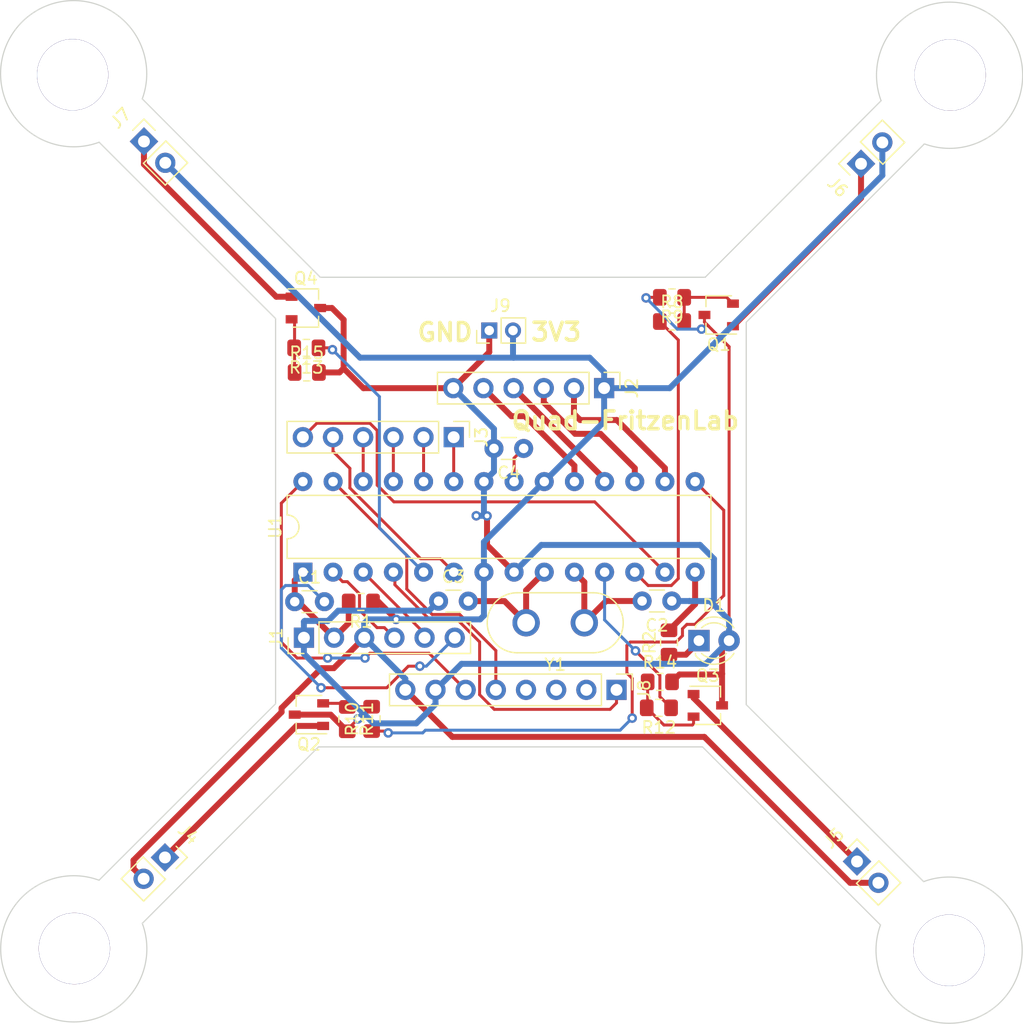
<source format=kicad_pcb>
(kicad_pcb (version 20171130) (host pcbnew 5.0.2-bee76a0~70~ubuntu18.04.1)

  (general
    (thickness 1.6)
    (drawings 19)
    (tracks 291)
    (zones 0)
    (modules 30)
    (nets 40)
  )

  (page A4)
  (layers
    (0 F.Cu signal)
    (31 B.Cu signal)
    (32 B.Adhes user)
    (33 F.Adhes user)
    (34 B.Paste user)
    (35 F.Paste user)
    (36 B.SilkS user)
    (37 F.SilkS user)
    (38 B.Mask user)
    (39 F.Mask user)
    (40 Dwgs.User user)
    (41 Cmts.User user)
    (42 Eco1.User user)
    (43 Eco2.User user)
    (44 Edge.Cuts user)
    (45 Margin user)
    (46 B.CrtYd user)
    (47 F.CrtYd user)
    (48 B.Fab user)
    (49 F.Fab user)
  )

  (setup
    (last_trace_width 0.5)
    (user_trace_width 0.25)
    (user_trace_width 0.5)
    (user_trace_width 1)
    (trace_clearance 0.2)
    (zone_clearance 0.508)
    (zone_45_only no)
    (trace_min 0.2)
    (segment_width 0.1)
    (edge_width 0.1)
    (via_size 0.8)
    (via_drill 0.4)
    (via_min_size 0.4)
    (via_min_drill 0.3)
    (uvia_size 0.3)
    (uvia_drill 0.1)
    (uvias_allowed no)
    (uvia_min_size 0.2)
    (uvia_min_drill 0.1)
    (pcb_text_width 0.3)
    (pcb_text_size 1.5 1.5)
    (mod_edge_width 0.15)
    (mod_text_size 1 1)
    (mod_text_width 0.15)
    (pad_size 1 0.7)
    (pad_drill 0)
    (pad_to_mask_clearance 0.051)
    (solder_mask_min_width 0.25)
    (aux_axis_origin 0 0)
    (visible_elements FFFFFF7F)
    (pcbplotparams
      (layerselection 0x010f0_ffffffff)
      (usegerberextensions true)
      (usegerberattributes true)
      (usegerberadvancedattributes false)
      (creategerberjobfile true)
      (excludeedgelayer true)
      (linewidth 0.100000)
      (plotframeref false)
      (viasonmask false)
      (mode 1)
      (useauxorigin false)
      (hpglpennumber 1)
      (hpglpenspeed 20)
      (hpglpendiameter 15.000000)
      (psnegative false)
      (psa4output false)
      (plotreference true)
      (plotvalue true)
      (plotinvisibletext false)
      (padsonsilk false)
      (subtractmaskfromsilk false)
      (outputformat 1)
      (mirror false)
      (drillshape 0)
      (scaleselection 1)
      (outputdirectory "Gerber-Quad-FritzenLab-R00/"))
  )

  (net 0 "")
  (net 1 GND)
  (net 2 +3V3)
  (net 3 /Gate1)
  (net 4 /Drain1)
  (net 5 /Gate2)
  (net 6 /Gate4)
  (net 7 /Gate3)
  (net 8 /Drain4)
  (net 9 /Drain2)
  (net 10 /Drain3)
  (net 11 "Net-(J8-Pad2)")
  (net 12 "Net-(J8-Pad3)")
  (net 13 "Net-(J8-Pad4)")
  (net 14 IO5)
  (net 15 IO9)
  (net 16 IO6)
  (net 17 Reset)
  (net 18 IO3)
  (net 19 RX)
  (net 20 TX)
  (net 21 INT)
  (net 22 "Net-(C4-Pad1)")
  (net 23 XTAL1)
  (net 24 XTAL2)
  (net 25 SDA)
  (net 26 SCL)
  (net 27 IO8)
  (net 28 "Net-(D1-Pad1)")
  (net 29 10-SS)
  (net 30 11-MOSI)
  (net 31 12-MISO)
  (net 32 13-SCK)
  (net 33 IO4)
  (net 34 A0)
  (net 35 A1)
  (net 36 A2)
  (net 37 A3)
  (net 38 IO7)
  (net 39 DTR)

  (net_class Default "This is the default net class."
    (clearance 0.2)
    (trace_width 0.25)
    (via_dia 0.8)
    (via_drill 0.4)
    (uvia_dia 0.3)
    (uvia_drill 0.1)
    (add_net +3V3)
    (add_net /Drain1)
    (add_net /Drain2)
    (add_net /Drain3)
    (add_net /Drain4)
    (add_net /Gate1)
    (add_net /Gate2)
    (add_net /Gate3)
    (add_net /Gate4)
    (add_net 10-SS)
    (add_net 11-MOSI)
    (add_net 12-MISO)
    (add_net 13-SCK)
    (add_net A0)
    (add_net A1)
    (add_net A2)
    (add_net A3)
    (add_net DTR)
    (add_net GND)
    (add_net INT)
    (add_net IO3)
    (add_net IO4)
    (add_net IO5)
    (add_net IO6)
    (add_net IO7)
    (add_net IO8)
    (add_net IO9)
    (add_net "Net-(C4-Pad1)")
    (add_net "Net-(D1-Pad1)")
    (add_net "Net-(J8-Pad2)")
    (add_net "Net-(J8-Pad3)")
    (add_net "Net-(J8-Pad4)")
    (add_net RX)
    (add_net Reset)
    (add_net SCL)
    (add_net SDA)
    (add_net TX)
    (add_net XTAL1)
    (add_net XTAL2)
  )

  (module Connector_PinHeader_2.00mm:PinHeader_1x02_P2.00mm_Vertical (layer F.Cu) (tedit 59FED667) (tstamp 5CE0A236)
    (at 142.77848 84.18576 90)
    (descr "Through hole straight pin header, 1x02, 2.00mm pitch, single row")
    (tags "Through hole pin header THT 1x02 2.00mm single row")
    (path /5CDF70EB)
    (fp_text reference J9 (at 2.0828 0.94234 180) (layer F.SilkS)
      (effects (font (size 1 1) (thickness 0.15)))
    )
    (fp_text value 3v3 (at -2.21488 0.79502 180) (layer F.Fab)
      (effects (font (size 1 1) (thickness 0.15)))
    )
    (fp_line (start -0.5 -1) (end 1 -1) (layer F.Fab) (width 0.1))
    (fp_line (start 1 -1) (end 1 3) (layer F.Fab) (width 0.1))
    (fp_line (start 1 3) (end -1 3) (layer F.Fab) (width 0.1))
    (fp_line (start -1 3) (end -1 -0.5) (layer F.Fab) (width 0.1))
    (fp_line (start -1 -0.5) (end -0.5 -1) (layer F.Fab) (width 0.1))
    (fp_line (start -1.06 3.06) (end 1.06 3.06) (layer F.SilkS) (width 0.12))
    (fp_line (start -1.06 1) (end -1.06 3.06) (layer F.SilkS) (width 0.12))
    (fp_line (start 1.06 1) (end 1.06 3.06) (layer F.SilkS) (width 0.12))
    (fp_line (start -1.06 1) (end 1.06 1) (layer F.SilkS) (width 0.12))
    (fp_line (start -1.06 0) (end -1.06 -1.06) (layer F.SilkS) (width 0.12))
    (fp_line (start -1.06 -1.06) (end 0 -1.06) (layer F.SilkS) (width 0.12))
    (fp_line (start -1.5 -1.5) (end -1.5 3.5) (layer F.CrtYd) (width 0.05))
    (fp_line (start -1.5 3.5) (end 1.5 3.5) (layer F.CrtYd) (width 0.05))
    (fp_line (start 1.5 3.5) (end 1.5 -1.5) (layer F.CrtYd) (width 0.05))
    (fp_line (start 1.5 -1.5) (end -1.5 -1.5) (layer F.CrtYd) (width 0.05))
    (fp_text user %R (at 0 1 180) (layer F.Fab)
      (effects (font (size 1 1) (thickness 0.15)))
    )
    (pad 1 thru_hole rect (at 0 0 90) (size 1.35 1.35) (drill 0.8) (layers *.Cu *.Mask)
      (net 1 GND))
    (pad 2 thru_hole oval (at 0 2 90) (size 1.35 1.35) (drill 0.8) (layers *.Cu *.Mask)
      (net 2 +3V3))
    (model ${KISYS3DMOD}/Connector_PinHeader_2.00mm.3dshapes/PinHeader_1x02_P2.00mm_Vertical.wrl
      (at (xyz 0 0 0))
      (scale (xyz 1 1 1))
      (rotate (xyz 0 0 0))
    )
  )

  (module Capacitor_THT:C_Disc_D3.0mm_W1.6mm_P2.50mm (layer F.Cu) (tedit 5AE50EF0) (tstamp 5CDF4E3E)
    (at 126.39802 107.00766)
    (descr "C, Disc series, Radial, pin pitch=2.50mm, , diameter*width=3.0*1.6mm^2, Capacitor, http://www.vishay.com/docs/45233/krseries.pdf")
    (tags "C Disc series Radial pin pitch 2.50mm  diameter 3.0mm width 1.6mm Capacitor")
    (path /5CDEBC48)
    (fp_text reference C1 (at 1.25 -2.05) (layer F.SilkS)
      (effects (font (size 1 1) (thickness 0.15)))
    )
    (fp_text value "100 nF" (at 1.25 2.05) (layer F.Fab)
      (effects (font (size 1 1) (thickness 0.15)))
    )
    (fp_text user %R (at 1.25 0) (layer F.Fab)
      (effects (font (size 0.6 0.6) (thickness 0.09)))
    )
    (fp_line (start 3.55 -1.05) (end -1.05 -1.05) (layer F.CrtYd) (width 0.05))
    (fp_line (start 3.55 1.05) (end 3.55 -1.05) (layer F.CrtYd) (width 0.05))
    (fp_line (start -1.05 1.05) (end 3.55 1.05) (layer F.CrtYd) (width 0.05))
    (fp_line (start -1.05 -1.05) (end -1.05 1.05) (layer F.CrtYd) (width 0.05))
    (fp_line (start 0.621 0.92) (end 1.879 0.92) (layer F.SilkS) (width 0.12))
    (fp_line (start 0.621 -0.92) (end 1.879 -0.92) (layer F.SilkS) (width 0.12))
    (fp_line (start 2.75 -0.8) (end -0.25 -0.8) (layer F.Fab) (width 0.1))
    (fp_line (start 2.75 0.8) (end 2.75 -0.8) (layer F.Fab) (width 0.1))
    (fp_line (start -0.25 0.8) (end 2.75 0.8) (layer F.Fab) (width 0.1))
    (fp_line (start -0.25 -0.8) (end -0.25 0.8) (layer F.Fab) (width 0.1))
    (pad 2 thru_hole circle (at 2.5 0) (size 1.6 1.6) (drill 0.8) (layers *.Cu *.Mask)
      (net 39 DTR))
    (pad 1 thru_hole circle (at 0 0) (size 1.6 1.6) (drill 0.8) (layers *.Cu *.Mask)
      (net 17 Reset))
    (model ${KISYS3DMOD}/Capacitor_THT.3dshapes/C_Disc_D3.0mm_W1.6mm_P2.50mm.wrl
      (at (xyz 0 0 0))
      (scale (xyz 1 1 1))
      (rotate (xyz 0 0 0))
    )
  )

  (module Resistor_SMD:R_0805_2012Metric_Pad1.15x1.40mm_HandSolder (layer F.Cu) (tedit 5B36C52B) (tstamp 5CDF7B16)
    (at 127.41148 87.71636)
    (descr "Resistor SMD 0805 (2012 Metric), square (rectangular) end terminal, IPC_7351 nominal with elongated pad for handsoldering. (Body size source: https://docs.google.com/spreadsheets/d/1BsfQQcO9C6DZCsRaXUlFlo91Tg2WpOkGARC1WS5S8t0/edit?usp=sharing), generated with kicad-footprint-generator")
    (tags "resistor handsolder")
    (path /5C7C75AC)
    (attr smd)
    (fp_text reference R15 (at 0 -1.65) (layer F.SilkS)
      (effects (font (size 1 1) (thickness 0.15)))
    )
    (fp_text value R_US (at 0 1.65) (layer F.Fab)
      (effects (font (size 1 1) (thickness 0.15)))
    )
    (fp_text user %R (at 0 0) (layer F.Fab)
      (effects (font (size 0.5 0.5) (thickness 0.08)))
    )
    (fp_line (start 1.85 0.95) (end -1.85 0.95) (layer F.CrtYd) (width 0.05))
    (fp_line (start 1.85 -0.95) (end 1.85 0.95) (layer F.CrtYd) (width 0.05))
    (fp_line (start -1.85 -0.95) (end 1.85 -0.95) (layer F.CrtYd) (width 0.05))
    (fp_line (start -1.85 0.95) (end -1.85 -0.95) (layer F.CrtYd) (width 0.05))
    (fp_line (start -0.261252 0.71) (end 0.261252 0.71) (layer F.SilkS) (width 0.12))
    (fp_line (start -0.261252 -0.71) (end 0.261252 -0.71) (layer F.SilkS) (width 0.12))
    (fp_line (start 1 0.6) (end -1 0.6) (layer F.Fab) (width 0.1))
    (fp_line (start 1 -0.6) (end 1 0.6) (layer F.Fab) (width 0.1))
    (fp_line (start -1 -0.6) (end 1 -0.6) (layer F.Fab) (width 0.1))
    (fp_line (start -1 0.6) (end -1 -0.6) (layer F.Fab) (width 0.1))
    (pad 2 smd roundrect (at 1.025 0) (size 1.15 1.4) (layers F.Cu F.Paste F.Mask) (roundrect_rratio 0.217391)
      (net 1 GND))
    (pad 1 smd roundrect (at -1.025 0) (size 1.15 1.4) (layers F.Cu F.Paste F.Mask) (roundrect_rratio 0.217391)
      (net 6 /Gate4))
    (model ${KISYS3DMOD}/Resistor_SMD.3dshapes/R_0805_2012Metric.wrl
      (at (xyz 0 0 0))
      (scale (xyz 1 1 1))
      (rotate (xyz 0 0 0))
    )
  )

  (module Resistor_SMD:R_0805_2012Metric_Pad1.15x1.40mm_HandSolder (layer F.Cu) (tedit 5B36C52B) (tstamp 5CDF7B06)
    (at 131.96824 107.02798 180)
    (descr "Resistor SMD 0805 (2012 Metric), square (rectangular) end terminal, IPC_7351 nominal with elongated pad for handsoldering. (Body size source: https://docs.google.com/spreadsheets/d/1BsfQQcO9C6DZCsRaXUlFlo91Tg2WpOkGARC1WS5S8t0/edit?usp=sharing), generated with kicad-footprint-generator")
    (tags "resistor handsolder")
    (path /5CDE8CB6)
    (attr smd)
    (fp_text reference R1 (at 0 -1.65 180) (layer F.SilkS)
      (effects (font (size 1 1) (thickness 0.15)))
    )
    (fp_text value R_US (at 0 1.65 180) (layer F.Fab)
      (effects (font (size 1 1) (thickness 0.15)))
    )
    (fp_line (start -1 0.6) (end -1 -0.6) (layer F.Fab) (width 0.1))
    (fp_line (start -1 -0.6) (end 1 -0.6) (layer F.Fab) (width 0.1))
    (fp_line (start 1 -0.6) (end 1 0.6) (layer F.Fab) (width 0.1))
    (fp_line (start 1 0.6) (end -1 0.6) (layer F.Fab) (width 0.1))
    (fp_line (start -0.261252 -0.71) (end 0.261252 -0.71) (layer F.SilkS) (width 0.12))
    (fp_line (start -0.261252 0.71) (end 0.261252 0.71) (layer F.SilkS) (width 0.12))
    (fp_line (start -1.85 0.95) (end -1.85 -0.95) (layer F.CrtYd) (width 0.05))
    (fp_line (start -1.85 -0.95) (end 1.85 -0.95) (layer F.CrtYd) (width 0.05))
    (fp_line (start 1.85 -0.95) (end 1.85 0.95) (layer F.CrtYd) (width 0.05))
    (fp_line (start 1.85 0.95) (end -1.85 0.95) (layer F.CrtYd) (width 0.05))
    (fp_text user %R (at 0 0 180) (layer F.Fab)
      (effects (font (size 0.5 0.5) (thickness 0.08)))
    )
    (pad 1 smd roundrect (at -1.025 0 180) (size 1.15 1.4) (layers F.Cu F.Paste F.Mask) (roundrect_rratio 0.217391)
      (net 2 +3V3))
    (pad 2 smd roundrect (at 1.025 0 180) (size 1.15 1.4) (layers F.Cu F.Paste F.Mask) (roundrect_rratio 0.217391)
      (net 17 Reset))
    (model ${KISYS3DMOD}/Resistor_SMD.3dshapes/R_0805_2012Metric.wrl
      (at (xyz 0 0 0))
      (scale (xyz 1 1 1))
      (rotate (xyz 0 0 0))
    )
  )

  (module Resistor_SMD:R_0805_2012Metric_Pad1.15x1.40mm_HandSolder (layer F.Cu) (tedit 5B36C52B) (tstamp 5CDF7AF6)
    (at 157.9118 110.44174 90)
    (descr "Resistor SMD 0805 (2012 Metric), square (rectangular) end terminal, IPC_7351 nominal with elongated pad for handsoldering. (Body size source: https://docs.google.com/spreadsheets/d/1BsfQQcO9C6DZCsRaXUlFlo91Tg2WpOkGARC1WS5S8t0/edit?usp=sharing), generated with kicad-footprint-generator")
    (tags "resistor handsolder")
    (path /5CE28E57)
    (attr smd)
    (fp_text reference R2 (at 0 -1.65 90) (layer F.SilkS)
      (effects (font (size 1 1) (thickness 0.15)))
    )
    (fp_text value 1k (at 0 1.65 90) (layer F.Fab)
      (effects (font (size 1 1) (thickness 0.15)))
    )
    (fp_text user %R (at 0 0 90) (layer F.Fab)
      (effects (font (size 0.5 0.5) (thickness 0.08)))
    )
    (fp_line (start 1.85 0.95) (end -1.85 0.95) (layer F.CrtYd) (width 0.05))
    (fp_line (start 1.85 -0.95) (end 1.85 0.95) (layer F.CrtYd) (width 0.05))
    (fp_line (start -1.85 -0.95) (end 1.85 -0.95) (layer F.CrtYd) (width 0.05))
    (fp_line (start -1.85 0.95) (end -1.85 -0.95) (layer F.CrtYd) (width 0.05))
    (fp_line (start -0.261252 0.71) (end 0.261252 0.71) (layer F.SilkS) (width 0.12))
    (fp_line (start -0.261252 -0.71) (end 0.261252 -0.71) (layer F.SilkS) (width 0.12))
    (fp_line (start 1 0.6) (end -1 0.6) (layer F.Fab) (width 0.1))
    (fp_line (start 1 -0.6) (end 1 0.6) (layer F.Fab) (width 0.1))
    (fp_line (start -1 -0.6) (end 1 -0.6) (layer F.Fab) (width 0.1))
    (fp_line (start -1 0.6) (end -1 -0.6) (layer F.Fab) (width 0.1))
    (pad 2 smd roundrect (at 1.025 0 90) (size 1.15 1.4) (layers F.Cu F.Paste F.Mask) (roundrect_rratio 0.217391)
      (net 27 IO8))
    (pad 1 smd roundrect (at -1.025 0 90) (size 1.15 1.4) (layers F.Cu F.Paste F.Mask) (roundrect_rratio 0.217391)
      (net 28 "Net-(D1-Pad1)"))
    (model ${KISYS3DMOD}/Resistor_SMD.3dshapes/R_0805_2012Metric.wrl
      (at (xyz 0 0 0))
      (scale (xyz 1 1 1))
      (rotate (xyz 0 0 0))
    )
  )

  (module Resistor_SMD:R_0805_2012Metric_Pad1.15x1.40mm_HandSolder (layer F.Cu) (tedit 5B36C52B) (tstamp 5CDF7AE6)
    (at 158.1658 83.43138)
    (descr "Resistor SMD 0805 (2012 Metric), square (rectangular) end terminal, IPC_7351 nominal with elongated pad for handsoldering. (Body size source: https://docs.google.com/spreadsheets/d/1BsfQQcO9C6DZCsRaXUlFlo91Tg2WpOkGARC1WS5S8t0/edit?usp=sharing), generated with kicad-footprint-generator")
    (tags "resistor handsolder")
    (path /5C7C0626)
    (attr smd)
    (fp_text reference R8 (at 0 -1.65) (layer F.SilkS)
      (effects (font (size 1 1) (thickness 0.15)))
    )
    (fp_text value R_US (at 0 1.65) (layer F.Fab)
      (effects (font (size 1 1) (thickness 0.15)))
    )
    (fp_line (start -1 0.6) (end -1 -0.6) (layer F.Fab) (width 0.1))
    (fp_line (start -1 -0.6) (end 1 -0.6) (layer F.Fab) (width 0.1))
    (fp_line (start 1 -0.6) (end 1 0.6) (layer F.Fab) (width 0.1))
    (fp_line (start 1 0.6) (end -1 0.6) (layer F.Fab) (width 0.1))
    (fp_line (start -0.261252 -0.71) (end 0.261252 -0.71) (layer F.SilkS) (width 0.12))
    (fp_line (start -0.261252 0.71) (end 0.261252 0.71) (layer F.SilkS) (width 0.12))
    (fp_line (start -1.85 0.95) (end -1.85 -0.95) (layer F.CrtYd) (width 0.05))
    (fp_line (start -1.85 -0.95) (end 1.85 -0.95) (layer F.CrtYd) (width 0.05))
    (fp_line (start 1.85 -0.95) (end 1.85 0.95) (layer F.CrtYd) (width 0.05))
    (fp_line (start 1.85 0.95) (end -1.85 0.95) (layer F.CrtYd) (width 0.05))
    (fp_text user %R (at 0 0) (layer F.Fab)
      (effects (font (size 0.5 0.5) (thickness 0.08)))
    )
    (pad 1 smd roundrect (at -1.025 0) (size 1.15 1.4) (layers F.Cu F.Paste F.Mask) (roundrect_rratio 0.217391)
      (net 16 IO6))
    (pad 2 smd roundrect (at 1.025 0) (size 1.15 1.4) (layers F.Cu F.Paste F.Mask) (roundrect_rratio 0.217391)
      (net 7 /Gate3))
    (model ${KISYS3DMOD}/Resistor_SMD.3dshapes/R_0805_2012Metric.wrl
      (at (xyz 0 0 0))
      (scale (xyz 1 1 1))
      (rotate (xyz 0 0 0))
    )
  )

  (module Resistor_SMD:R_0805_2012Metric_Pad1.15x1.40mm_HandSolder (layer F.Cu) (tedit 5B36C52B) (tstamp 5CDF7AD6)
    (at 158.1658 81.3943 180)
    (descr "Resistor SMD 0805 (2012 Metric), square (rectangular) end terminal, IPC_7351 nominal with elongated pad for handsoldering. (Body size source: https://docs.google.com/spreadsheets/d/1BsfQQcO9C6DZCsRaXUlFlo91Tg2WpOkGARC1WS5S8t0/edit?usp=sharing), generated with kicad-footprint-generator")
    (tags "resistor handsolder")
    (path /5C7C07E8)
    (attr smd)
    (fp_text reference R9 (at 0 -1.65 180) (layer F.SilkS)
      (effects (font (size 1 1) (thickness 0.15)))
    )
    (fp_text value R_US (at 0 1.65 180) (layer F.Fab)
      (effects (font (size 1 1) (thickness 0.15)))
    )
    (fp_text user %R (at 0 0 180) (layer F.Fab)
      (effects (font (size 0.5 0.5) (thickness 0.08)))
    )
    (fp_line (start 1.85 0.95) (end -1.85 0.95) (layer F.CrtYd) (width 0.05))
    (fp_line (start 1.85 -0.95) (end 1.85 0.95) (layer F.CrtYd) (width 0.05))
    (fp_line (start -1.85 -0.95) (end 1.85 -0.95) (layer F.CrtYd) (width 0.05))
    (fp_line (start -1.85 0.95) (end -1.85 -0.95) (layer F.CrtYd) (width 0.05))
    (fp_line (start -0.261252 0.71) (end 0.261252 0.71) (layer F.SilkS) (width 0.12))
    (fp_line (start -0.261252 -0.71) (end 0.261252 -0.71) (layer F.SilkS) (width 0.12))
    (fp_line (start 1 0.6) (end -1 0.6) (layer F.Fab) (width 0.1))
    (fp_line (start 1 -0.6) (end 1 0.6) (layer F.Fab) (width 0.1))
    (fp_line (start -1 -0.6) (end 1 -0.6) (layer F.Fab) (width 0.1))
    (fp_line (start -1 0.6) (end -1 -0.6) (layer F.Fab) (width 0.1))
    (pad 2 smd roundrect (at 1.025 0 180) (size 1.15 1.4) (layers F.Cu F.Paste F.Mask) (roundrect_rratio 0.217391)
      (net 1 GND))
    (pad 1 smd roundrect (at -1.025 0 180) (size 1.15 1.4) (layers F.Cu F.Paste F.Mask) (roundrect_rratio 0.217391)
      (net 7 /Gate3))
    (model ${KISYS3DMOD}/Resistor_SMD.3dshapes/R_0805_2012Metric.wrl
      (at (xyz 0 0 0))
      (scale (xyz 1 1 1))
      (rotate (xyz 0 0 0))
    )
  )

  (module Resistor_SMD:R_0805_2012Metric_Pad1.15x1.40mm_HandSolder (layer F.Cu) (tedit 5B36C52B) (tstamp 5CDF7AC6)
    (at 132.875881 116.870979 90)
    (descr "Resistor SMD 0805 (2012 Metric), square (rectangular) end terminal, IPC_7351 nominal with elongated pad for handsoldering. (Body size source: https://docs.google.com/spreadsheets/d/1BsfQQcO9C6DZCsRaXUlFlo91Tg2WpOkGARC1WS5S8t0/edit?usp=sharing), generated with kicad-footprint-generator")
    (tags "resistor handsolder")
    (path /5C7CA8B4)
    (attr smd)
    (fp_text reference R10 (at 0 -1.65 90) (layer F.SilkS)
      (effects (font (size 1 1) (thickness 0.15)))
    )
    (fp_text value R_US (at 0 1.65 90) (layer F.Fab)
      (effects (font (size 1 1) (thickness 0.15)))
    )
    (fp_line (start -1 0.6) (end -1 -0.6) (layer F.Fab) (width 0.1))
    (fp_line (start -1 -0.6) (end 1 -0.6) (layer F.Fab) (width 0.1))
    (fp_line (start 1 -0.6) (end 1 0.6) (layer F.Fab) (width 0.1))
    (fp_line (start 1 0.6) (end -1 0.6) (layer F.Fab) (width 0.1))
    (fp_line (start -0.261252 -0.71) (end 0.261252 -0.71) (layer F.SilkS) (width 0.12))
    (fp_line (start -0.261252 0.71) (end 0.261252 0.71) (layer F.SilkS) (width 0.12))
    (fp_line (start -1.85 0.95) (end -1.85 -0.95) (layer F.CrtYd) (width 0.05))
    (fp_line (start -1.85 -0.95) (end 1.85 -0.95) (layer F.CrtYd) (width 0.05))
    (fp_line (start 1.85 -0.95) (end 1.85 0.95) (layer F.CrtYd) (width 0.05))
    (fp_line (start 1.85 0.95) (end -1.85 0.95) (layer F.CrtYd) (width 0.05))
    (fp_text user %R (at 0 0 90) (layer F.Fab)
      (effects (font (size 0.5 0.5) (thickness 0.08)))
    )
    (pad 1 smd roundrect (at -1.025 0 90) (size 1.15 1.4) (layers F.Cu F.Paste F.Mask) (roundrect_rratio 0.217391)
      (net 15 IO9))
    (pad 2 smd roundrect (at 1.025 0 90) (size 1.15 1.4) (layers F.Cu F.Paste F.Mask) (roundrect_rratio 0.217391)
      (net 3 /Gate1))
    (model ${KISYS3DMOD}/Resistor_SMD.3dshapes/R_0805_2012Metric.wrl
      (at (xyz 0 0 0))
      (scale (xyz 1 1 1))
      (rotate (xyz 0 0 0))
    )
  )

  (module Resistor_SMD:R_0805_2012Metric_Pad1.15x1.40mm_HandSolder (layer F.Cu) (tedit 5B36C52B) (tstamp 5CDF7AB6)
    (at 130.8227 116.88964 270)
    (descr "Resistor SMD 0805 (2012 Metric), square (rectangular) end terminal, IPC_7351 nominal with elongated pad for handsoldering. (Body size source: https://docs.google.com/spreadsheets/d/1BsfQQcO9C6DZCsRaXUlFlo91Tg2WpOkGARC1WS5S8t0/edit?usp=sharing), generated with kicad-footprint-generator")
    (tags "resistor handsolder")
    (path /5C7CA8BA)
    (attr smd)
    (fp_text reference R11 (at 0 -1.65 270) (layer F.SilkS)
      (effects (font (size 1 1) (thickness 0.15)))
    )
    (fp_text value R_US (at 0 1.65 270) (layer F.Fab)
      (effects (font (size 1 1) (thickness 0.15)))
    )
    (fp_text user %R (at 0 0 270) (layer F.Fab)
      (effects (font (size 0.5 0.5) (thickness 0.08)))
    )
    (fp_line (start 1.85 0.95) (end -1.85 0.95) (layer F.CrtYd) (width 0.05))
    (fp_line (start 1.85 -0.95) (end 1.85 0.95) (layer F.CrtYd) (width 0.05))
    (fp_line (start -1.85 -0.95) (end 1.85 -0.95) (layer F.CrtYd) (width 0.05))
    (fp_line (start -1.85 0.95) (end -1.85 -0.95) (layer F.CrtYd) (width 0.05))
    (fp_line (start -0.261252 0.71) (end 0.261252 0.71) (layer F.SilkS) (width 0.12))
    (fp_line (start -0.261252 -0.71) (end 0.261252 -0.71) (layer F.SilkS) (width 0.12))
    (fp_line (start 1 0.6) (end -1 0.6) (layer F.Fab) (width 0.1))
    (fp_line (start 1 -0.6) (end 1 0.6) (layer F.Fab) (width 0.1))
    (fp_line (start -1 -0.6) (end 1 -0.6) (layer F.Fab) (width 0.1))
    (fp_line (start -1 0.6) (end -1 -0.6) (layer F.Fab) (width 0.1))
    (pad 2 smd roundrect (at 1.025 0 270) (size 1.15 1.4) (layers F.Cu F.Paste F.Mask) (roundrect_rratio 0.217391)
      (net 1 GND))
    (pad 1 smd roundrect (at -1.025 0 270) (size 1.15 1.4) (layers F.Cu F.Paste F.Mask) (roundrect_rratio 0.217391)
      (net 3 /Gate1))
    (model ${KISYS3DMOD}/Resistor_SMD.3dshapes/R_0805_2012Metric.wrl
      (at (xyz 0 0 0))
      (scale (xyz 1 1 1))
      (rotate (xyz 0 0 0))
    )
  )

  (module Resistor_SMD:R_0805_2012Metric_Pad1.15x1.40mm_HandSolder (layer F.Cu) (tedit 5B36C52B) (tstamp 5CDF7AA6)
    (at 157.0609 115.94084 180)
    (descr "Resistor SMD 0805 (2012 Metric), square (rectangular) end terminal, IPC_7351 nominal with elongated pad for handsoldering. (Body size source: https://docs.google.com/spreadsheets/d/1BsfQQcO9C6DZCsRaXUlFlo91Tg2WpOkGARC1WS5S8t0/edit?usp=sharing), generated with kicad-footprint-generator")
    (tags "resistor handsolder")
    (path /5C7CA8E7)
    (attr smd)
    (fp_text reference R12 (at 0 -1.65 180) (layer F.SilkS)
      (effects (font (size 1 1) (thickness 0.15)))
    )
    (fp_text value R_US (at 0 1.65 180) (layer F.Fab)
      (effects (font (size 1 1) (thickness 0.15)))
    )
    (fp_line (start -1 0.6) (end -1 -0.6) (layer F.Fab) (width 0.1))
    (fp_line (start -1 -0.6) (end 1 -0.6) (layer F.Fab) (width 0.1))
    (fp_line (start 1 -0.6) (end 1 0.6) (layer F.Fab) (width 0.1))
    (fp_line (start 1 0.6) (end -1 0.6) (layer F.Fab) (width 0.1))
    (fp_line (start -0.261252 -0.71) (end 0.261252 -0.71) (layer F.SilkS) (width 0.12))
    (fp_line (start -0.261252 0.71) (end 0.261252 0.71) (layer F.SilkS) (width 0.12))
    (fp_line (start -1.85 0.95) (end -1.85 -0.95) (layer F.CrtYd) (width 0.05))
    (fp_line (start -1.85 -0.95) (end 1.85 -0.95) (layer F.CrtYd) (width 0.05))
    (fp_line (start 1.85 -0.95) (end 1.85 0.95) (layer F.CrtYd) (width 0.05))
    (fp_line (start 1.85 0.95) (end -1.85 0.95) (layer F.CrtYd) (width 0.05))
    (fp_text user %R (at 0 0 180) (layer F.Fab)
      (effects (font (size 0.5 0.5) (thickness 0.08)))
    )
    (pad 1 smd roundrect (at -1.025 0 180) (size 1.15 1.4) (layers F.Cu F.Paste F.Mask) (roundrect_rratio 0.217391)
      (net 14 IO5))
    (pad 2 smd roundrect (at 1.025 0 180) (size 1.15 1.4) (layers F.Cu F.Paste F.Mask) (roundrect_rratio 0.217391)
      (net 5 /Gate2))
    (model ${KISYS3DMOD}/Resistor_SMD.3dshapes/R_0805_2012Metric.wrl
      (at (xyz 0 0 0))
      (scale (xyz 1 1 1))
      (rotate (xyz 0 0 0))
    )
  )

  (module Resistor_SMD:R_0805_2012Metric_Pad1.15x1.40mm_HandSolder (layer F.Cu) (tedit 5B36C52B) (tstamp 5CDF7A96)
    (at 127.37592 85.64626 180)
    (descr "Resistor SMD 0805 (2012 Metric), square (rectangular) end terminal, IPC_7351 nominal with elongated pad for handsoldering. (Body size source: https://docs.google.com/spreadsheets/d/1BsfQQcO9C6DZCsRaXUlFlo91Tg2WpOkGARC1WS5S8t0/edit?usp=sharing), generated with kicad-footprint-generator")
    (tags "resistor handsolder")
    (path /5C7C75A6)
    (attr smd)
    (fp_text reference R13 (at 0 -1.65 180) (layer F.SilkS)
      (effects (font (size 1 1) (thickness 0.15)))
    )
    (fp_text value R_US (at 0 1.65 180) (layer F.Fab)
      (effects (font (size 1 1) (thickness 0.15)))
    )
    (fp_text user %R (at 0 0 180) (layer F.Fab)
      (effects (font (size 0.5 0.5) (thickness 0.08)))
    )
    (fp_line (start 1.85 0.95) (end -1.85 0.95) (layer F.CrtYd) (width 0.05))
    (fp_line (start 1.85 -0.95) (end 1.85 0.95) (layer F.CrtYd) (width 0.05))
    (fp_line (start -1.85 -0.95) (end 1.85 -0.95) (layer F.CrtYd) (width 0.05))
    (fp_line (start -1.85 0.95) (end -1.85 -0.95) (layer F.CrtYd) (width 0.05))
    (fp_line (start -0.261252 0.71) (end 0.261252 0.71) (layer F.SilkS) (width 0.12))
    (fp_line (start -0.261252 -0.71) (end 0.261252 -0.71) (layer F.SilkS) (width 0.12))
    (fp_line (start 1 0.6) (end -1 0.6) (layer F.Fab) (width 0.1))
    (fp_line (start 1 -0.6) (end 1 0.6) (layer F.Fab) (width 0.1))
    (fp_line (start -1 -0.6) (end 1 -0.6) (layer F.Fab) (width 0.1))
    (fp_line (start -1 0.6) (end -1 -0.6) (layer F.Fab) (width 0.1))
    (pad 2 smd roundrect (at 1.025 0 180) (size 1.15 1.4) (layers F.Cu F.Paste F.Mask) (roundrect_rratio 0.217391)
      (net 6 /Gate4))
    (pad 1 smd roundrect (at -1.025 0 180) (size 1.15 1.4) (layers F.Cu F.Paste F.Mask) (roundrect_rratio 0.217391)
      (net 18 IO3))
    (model ${KISYS3DMOD}/Resistor_SMD.3dshapes/R_0805_2012Metric.wrl
      (at (xyz 0 0 0))
      (scale (xyz 1 1 1))
      (rotate (xyz 0 0 0))
    )
  )

  (module Resistor_SMD:R_0805_2012Metric_Pad1.15x1.40mm_HandSolder (layer F.Cu) (tedit 5B36C52B) (tstamp 5CDF7A86)
    (at 157.13964 113.75644)
    (descr "Resistor SMD 0805 (2012 Metric), square (rectangular) end terminal, IPC_7351 nominal with elongated pad for handsoldering. (Body size source: https://docs.google.com/spreadsheets/d/1BsfQQcO9C6DZCsRaXUlFlo91Tg2WpOkGARC1WS5S8t0/edit?usp=sharing), generated with kicad-footprint-generator")
    (tags "resistor handsolder")
    (path /5C7CA8ED)
    (attr smd)
    (fp_text reference R14 (at 0 -1.65) (layer F.SilkS)
      (effects (font (size 1 1) (thickness 0.15)))
    )
    (fp_text value R_US (at 0 1.65) (layer F.Fab)
      (effects (font (size 1 1) (thickness 0.15)))
    )
    (fp_line (start -1 0.6) (end -1 -0.6) (layer F.Fab) (width 0.1))
    (fp_line (start -1 -0.6) (end 1 -0.6) (layer F.Fab) (width 0.1))
    (fp_line (start 1 -0.6) (end 1 0.6) (layer F.Fab) (width 0.1))
    (fp_line (start 1 0.6) (end -1 0.6) (layer F.Fab) (width 0.1))
    (fp_line (start -0.261252 -0.71) (end 0.261252 -0.71) (layer F.SilkS) (width 0.12))
    (fp_line (start -0.261252 0.71) (end 0.261252 0.71) (layer F.SilkS) (width 0.12))
    (fp_line (start -1.85 0.95) (end -1.85 -0.95) (layer F.CrtYd) (width 0.05))
    (fp_line (start -1.85 -0.95) (end 1.85 -0.95) (layer F.CrtYd) (width 0.05))
    (fp_line (start 1.85 -0.95) (end 1.85 0.95) (layer F.CrtYd) (width 0.05))
    (fp_line (start 1.85 0.95) (end -1.85 0.95) (layer F.CrtYd) (width 0.05))
    (fp_text user %R (at 0 0) (layer F.Fab)
      (effects (font (size 0.5 0.5) (thickness 0.08)))
    )
    (pad 1 smd roundrect (at -1.025 0) (size 1.15 1.4) (layers F.Cu F.Paste F.Mask) (roundrect_rratio 0.217391)
      (net 5 /Gate2))
    (pad 2 smd roundrect (at 1.025 0) (size 1.15 1.4) (layers F.Cu F.Paste F.Mask) (roundrect_rratio 0.217391)
      (net 1 GND))
    (model ${KISYS3DMOD}/Resistor_SMD.3dshapes/R_0805_2012Metric.wrl
      (at (xyz 0 0 0))
      (scale (xyz 1 1 1))
      (rotate (xyz 0 0 0))
    )
  )

  (module LED_THT:LED_D3.0mm (layer F.Cu) (tedit 587A3A7B) (tstamp 5CDF62B0)
    (at 160.43148 110.28426)
    (descr "LED, diameter 3.0mm, 2 pins")
    (tags "LED diameter 3.0mm 2 pins")
    (path /5CE2B794)
    (fp_text reference D1 (at 1.27 -2.96) (layer F.SilkS)
      (effects (font (size 1 1) (thickness 0.15)))
    )
    (fp_text value LED (at 1.27 2.96) (layer F.Fab)
      (effects (font (size 1 1) (thickness 0.15)))
    )
    (fp_arc (start 1.27 0) (end -0.23 -1.16619) (angle 284.3) (layer F.Fab) (width 0.1))
    (fp_arc (start 1.27 0) (end -0.29 -1.235516) (angle 108.8) (layer F.SilkS) (width 0.12))
    (fp_arc (start 1.27 0) (end -0.29 1.235516) (angle -108.8) (layer F.SilkS) (width 0.12))
    (fp_arc (start 1.27 0) (end 0.229039 -1.08) (angle 87.9) (layer F.SilkS) (width 0.12))
    (fp_arc (start 1.27 0) (end 0.229039 1.08) (angle -87.9) (layer F.SilkS) (width 0.12))
    (fp_circle (center 1.27 0) (end 2.77 0) (layer F.Fab) (width 0.1))
    (fp_line (start -0.23 -1.16619) (end -0.23 1.16619) (layer F.Fab) (width 0.1))
    (fp_line (start -0.29 -1.236) (end -0.29 -1.08) (layer F.SilkS) (width 0.12))
    (fp_line (start -0.29 1.08) (end -0.29 1.236) (layer F.SilkS) (width 0.12))
    (fp_line (start -1.15 -2.25) (end -1.15 2.25) (layer F.CrtYd) (width 0.05))
    (fp_line (start -1.15 2.25) (end 3.7 2.25) (layer F.CrtYd) (width 0.05))
    (fp_line (start 3.7 2.25) (end 3.7 -2.25) (layer F.CrtYd) (width 0.05))
    (fp_line (start 3.7 -2.25) (end -1.15 -2.25) (layer F.CrtYd) (width 0.05))
    (pad 1 thru_hole rect (at 0 0) (size 1.8 1.8) (drill 0.9) (layers *.Cu *.Mask)
      (net 28 "Net-(D1-Pad1)"))
    (pad 2 thru_hole circle (at 2.54 0) (size 1.8 1.8) (drill 0.9) (layers *.Cu *.Mask)
      (net 1 GND))
    (model ${KISYS3DMOD}/LED_THT.3dshapes/LED_D3.0mm.wrl
      (at (xyz 0 0 0))
      (scale (xyz 1 1 1))
      (rotate (xyz 0 0 0))
    )
  )

  (module Capacitor_THT:C_Disc_D3.0mm_W1.6mm_P2.50mm (layer F.Cu) (tedit 5AE50EF0) (tstamp 5CDF4E2D)
    (at 158.14802 106.94924 180)
    (descr "C, Disc series, Radial, pin pitch=2.50mm, , diameter*width=3.0*1.6mm^2, Capacitor, http://www.vishay.com/docs/45233/krseries.pdf")
    (tags "C Disc series Radial pin pitch 2.50mm  diameter 3.0mm width 1.6mm Capacitor")
    (path /5CDF1393)
    (fp_text reference C2 (at 1.25 -2.05 180) (layer F.SilkS)
      (effects (font (size 1 1) (thickness 0.15)))
    )
    (fp_text value "22 pF" (at 1.25 2.05 180) (layer F.Fab)
      (effects (font (size 1 1) (thickness 0.15)))
    )
    (fp_line (start -0.25 -0.8) (end -0.25 0.8) (layer F.Fab) (width 0.1))
    (fp_line (start -0.25 0.8) (end 2.75 0.8) (layer F.Fab) (width 0.1))
    (fp_line (start 2.75 0.8) (end 2.75 -0.8) (layer F.Fab) (width 0.1))
    (fp_line (start 2.75 -0.8) (end -0.25 -0.8) (layer F.Fab) (width 0.1))
    (fp_line (start 0.621 -0.92) (end 1.879 -0.92) (layer F.SilkS) (width 0.12))
    (fp_line (start 0.621 0.92) (end 1.879 0.92) (layer F.SilkS) (width 0.12))
    (fp_line (start -1.05 -1.05) (end -1.05 1.05) (layer F.CrtYd) (width 0.05))
    (fp_line (start -1.05 1.05) (end 3.55 1.05) (layer F.CrtYd) (width 0.05))
    (fp_line (start 3.55 1.05) (end 3.55 -1.05) (layer F.CrtYd) (width 0.05))
    (fp_line (start 3.55 -1.05) (end -1.05 -1.05) (layer F.CrtYd) (width 0.05))
    (fp_text user %R (at 1.25 0 180) (layer F.Fab)
      (effects (font (size 0.6 0.6) (thickness 0.09)))
    )
    (pad 1 thru_hole circle (at 0 0 180) (size 1.6 1.6) (drill 0.8) (layers *.Cu *.Mask)
      (net 1 GND))
    (pad 2 thru_hole circle (at 2.5 0 180) (size 1.6 1.6) (drill 0.8) (layers *.Cu *.Mask)
      (net 24 XTAL2))
    (model ${KISYS3DMOD}/Capacitor_THT.3dshapes/C_Disc_D3.0mm_W1.6mm_P2.50mm.wrl
      (at (xyz 0 0 0))
      (scale (xyz 1 1 1))
      (rotate (xyz 0 0 0))
    )
  )

  (module Capacitor_THT:C_Disc_D3.0mm_W1.6mm_P2.50mm (layer F.Cu) (tedit 5AE50EF0) (tstamp 5CDF4E1C)
    (at 138.51128 106.9594)
    (descr "C, Disc series, Radial, pin pitch=2.50mm, , diameter*width=3.0*1.6mm^2, Capacitor, http://www.vishay.com/docs/45233/krseries.pdf")
    (tags "C Disc series Radial pin pitch 2.50mm  diameter 3.0mm width 1.6mm Capacitor")
    (path /5CDF1487)
    (fp_text reference C3 (at 1.25 -2.05) (layer F.SilkS)
      (effects (font (size 1 1) (thickness 0.15)))
    )
    (fp_text value "22 pF" (at 1.25 2.05) (layer F.Fab)
      (effects (font (size 1 1) (thickness 0.15)))
    )
    (fp_text user %R (at 1.25 0) (layer F.Fab)
      (effects (font (size 0.6 0.6) (thickness 0.09)))
    )
    (fp_line (start 3.55 -1.05) (end -1.05 -1.05) (layer F.CrtYd) (width 0.05))
    (fp_line (start 3.55 1.05) (end 3.55 -1.05) (layer F.CrtYd) (width 0.05))
    (fp_line (start -1.05 1.05) (end 3.55 1.05) (layer F.CrtYd) (width 0.05))
    (fp_line (start -1.05 -1.05) (end -1.05 1.05) (layer F.CrtYd) (width 0.05))
    (fp_line (start 0.621 0.92) (end 1.879 0.92) (layer F.SilkS) (width 0.12))
    (fp_line (start 0.621 -0.92) (end 1.879 -0.92) (layer F.SilkS) (width 0.12))
    (fp_line (start 2.75 -0.8) (end -0.25 -0.8) (layer F.Fab) (width 0.1))
    (fp_line (start 2.75 0.8) (end 2.75 -0.8) (layer F.Fab) (width 0.1))
    (fp_line (start -0.25 0.8) (end 2.75 0.8) (layer F.Fab) (width 0.1))
    (fp_line (start -0.25 -0.8) (end -0.25 0.8) (layer F.Fab) (width 0.1))
    (pad 2 thru_hole circle (at 2.5 0) (size 1.6 1.6) (drill 0.8) (layers *.Cu *.Mask)
      (net 23 XTAL1))
    (pad 1 thru_hole circle (at 0 0) (size 1.6 1.6) (drill 0.8) (layers *.Cu *.Mask)
      (net 1 GND))
    (model ${KISYS3DMOD}/Capacitor_THT.3dshapes/C_Disc_D3.0mm_W1.6mm_P2.50mm.wrl
      (at (xyz 0 0 0))
      (scale (xyz 1 1 1))
      (rotate (xyz 0 0 0))
    )
  )

  (module Capacitor_THT:C_Disc_D3.0mm_W1.6mm_P2.50mm (layer F.Cu) (tedit 5AE50EF0) (tstamp 5CDF4E0B)
    (at 145.67408 94.11208 180)
    (descr "C, Disc series, Radial, pin pitch=2.50mm, , diameter*width=3.0*1.6mm^2, Capacitor, http://www.vishay.com/docs/45233/krseries.pdf")
    (tags "C Disc series Radial pin pitch 2.50mm  diameter 3.0mm width 1.6mm Capacitor")
    (path /5CDFA3A7)
    (fp_text reference C4 (at 1.25 -2.05 180) (layer F.SilkS)
      (effects (font (size 1 1) (thickness 0.15)))
    )
    (fp_text value "100 nF" (at 1.25 2.05 180) (layer F.Fab)
      (effects (font (size 1 1) (thickness 0.15)))
    )
    (fp_line (start -0.25 -0.8) (end -0.25 0.8) (layer F.Fab) (width 0.1))
    (fp_line (start -0.25 0.8) (end 2.75 0.8) (layer F.Fab) (width 0.1))
    (fp_line (start 2.75 0.8) (end 2.75 -0.8) (layer F.Fab) (width 0.1))
    (fp_line (start 2.75 -0.8) (end -0.25 -0.8) (layer F.Fab) (width 0.1))
    (fp_line (start 0.621 -0.92) (end 1.879 -0.92) (layer F.SilkS) (width 0.12))
    (fp_line (start 0.621 0.92) (end 1.879 0.92) (layer F.SilkS) (width 0.12))
    (fp_line (start -1.05 -1.05) (end -1.05 1.05) (layer F.CrtYd) (width 0.05))
    (fp_line (start -1.05 1.05) (end 3.55 1.05) (layer F.CrtYd) (width 0.05))
    (fp_line (start 3.55 1.05) (end 3.55 -1.05) (layer F.CrtYd) (width 0.05))
    (fp_line (start 3.55 -1.05) (end -1.05 -1.05) (layer F.CrtYd) (width 0.05))
    (fp_text user %R (at 1.25 0 180) (layer F.Fab)
      (effects (font (size 0.6 0.6) (thickness 0.09)))
    )
    (pad 1 thru_hole circle (at 0 0 180) (size 1.6 1.6) (drill 0.8) (layers *.Cu *.Mask)
      (net 22 "Net-(C4-Pad1)"))
    (pad 2 thru_hole circle (at 2.5 0 180) (size 1.6 1.6) (drill 0.8) (layers *.Cu *.Mask)
      (net 1 GND))
    (model ${KISYS3DMOD}/Capacitor_THT.3dshapes/C_Disc_D3.0mm_W1.6mm_P2.50mm.wrl
      (at (xyz 0 0 0))
      (scale (xyz 1 1 1))
      (rotate (xyz 0 0 0))
    )
  )

  (module Connector_PinHeader_2.54mm:PinHeader_1x06_P2.54mm_Vertical (layer F.Cu) (tedit 59FED5CC) (tstamp 5CDF4DFA)
    (at 127.17272 110.03788 90)
    (descr "Through hole straight pin header, 1x06, 2.54mm pitch, single row")
    (tags "Through hole pin header THT 1x06 2.54mm single row")
    (path /5CE00F65)
    (fp_text reference J1 (at 0 -2.33 90) (layer F.SilkS)
      (effects (font (size 1 1) (thickness 0.15)))
    )
    (fp_text value Prog (at 0 15.03 90) (layer F.Fab)
      (effects (font (size 1 1) (thickness 0.15)))
    )
    (fp_line (start -0.635 -1.27) (end 1.27 -1.27) (layer F.Fab) (width 0.1))
    (fp_line (start 1.27 -1.27) (end 1.27 13.97) (layer F.Fab) (width 0.1))
    (fp_line (start 1.27 13.97) (end -1.27 13.97) (layer F.Fab) (width 0.1))
    (fp_line (start -1.27 13.97) (end -1.27 -0.635) (layer F.Fab) (width 0.1))
    (fp_line (start -1.27 -0.635) (end -0.635 -1.27) (layer F.Fab) (width 0.1))
    (fp_line (start -1.33 14.03) (end 1.33 14.03) (layer F.SilkS) (width 0.12))
    (fp_line (start -1.33 1.27) (end -1.33 14.03) (layer F.SilkS) (width 0.12))
    (fp_line (start 1.33 1.27) (end 1.33 14.03) (layer F.SilkS) (width 0.12))
    (fp_line (start -1.33 1.27) (end 1.33 1.27) (layer F.SilkS) (width 0.12))
    (fp_line (start -1.33 0) (end -1.33 -1.33) (layer F.SilkS) (width 0.12))
    (fp_line (start -1.33 -1.33) (end 0 -1.33) (layer F.SilkS) (width 0.12))
    (fp_line (start -1.8 -1.8) (end -1.8 14.5) (layer F.CrtYd) (width 0.05))
    (fp_line (start -1.8 14.5) (end 1.8 14.5) (layer F.CrtYd) (width 0.05))
    (fp_line (start 1.8 14.5) (end 1.8 -1.8) (layer F.CrtYd) (width 0.05))
    (fp_line (start 1.8 -1.8) (end -1.8 -1.8) (layer F.CrtYd) (width 0.05))
    (fp_text user %R (at 0 6.35 180) (layer F.Fab)
      (effects (font (size 1 1) (thickness 0.15)))
    )
    (pad 1 thru_hole rect (at 0 0 90) (size 1.7 1.7) (drill 1) (layers *.Cu *.Mask)
      (net 1 GND))
    (pad 2 thru_hole oval (at 0 2.54 90) (size 1.7 1.7) (drill 1) (layers *.Cu *.Mask)
      (net 17 Reset))
    (pad 3 thru_hole oval (at 0 5.08 90) (size 1.7 1.7) (drill 1) (layers *.Cu *.Mask)
      (net 2 +3V3))
    (pad 4 thru_hole oval (at 0 7.62 90) (size 1.7 1.7) (drill 1) (layers *.Cu *.Mask)
      (net 19 RX))
    (pad 5 thru_hole oval (at 0 10.16 90) (size 1.7 1.7) (drill 1) (layers *.Cu *.Mask)
      (net 20 TX))
    (pad 6 thru_hole oval (at 0 12.7 90) (size 1.7 1.7) (drill 1) (layers *.Cu *.Mask)
      (net 39 DTR))
    (model ${KISYS3DMOD}/Connector_PinHeader_2.54mm.3dshapes/PinHeader_1x06_P2.54mm_Vertical.wrl
      (at (xyz 0 0 0))
      (scale (xyz 1 1 1))
      (rotate (xyz 0 0 0))
    )
  )

  (module Connector_PinHeader_2.54mm:PinHeader_1x06_P2.54mm_Vertical (layer F.Cu) (tedit 59FED5CC) (tstamp 5CDF4DE0)
    (at 152.44826 89.03716 270)
    (descr "Through hole straight pin header, 1x06, 2.54mm pitch, single row")
    (tags "Through hole pin header THT 1x06 2.54mm single row")
    (path /5CE15007)
    (fp_text reference J2 (at 0 -2.33 270) (layer F.SilkS)
      (effects (font (size 1 1) (thickness 0.15)))
    )
    (fp_text value Radio (at 0 15.03 270) (layer F.Fab)
      (effects (font (size 1 1) (thickness 0.15)))
    )
    (fp_text user %R (at 0 6.35) (layer F.Fab)
      (effects (font (size 1 1) (thickness 0.15)))
    )
    (fp_line (start 1.8 -1.8) (end -1.8 -1.8) (layer F.CrtYd) (width 0.05))
    (fp_line (start 1.8 14.5) (end 1.8 -1.8) (layer F.CrtYd) (width 0.05))
    (fp_line (start -1.8 14.5) (end 1.8 14.5) (layer F.CrtYd) (width 0.05))
    (fp_line (start -1.8 -1.8) (end -1.8 14.5) (layer F.CrtYd) (width 0.05))
    (fp_line (start -1.33 -1.33) (end 0 -1.33) (layer F.SilkS) (width 0.12))
    (fp_line (start -1.33 0) (end -1.33 -1.33) (layer F.SilkS) (width 0.12))
    (fp_line (start -1.33 1.27) (end 1.33 1.27) (layer F.SilkS) (width 0.12))
    (fp_line (start 1.33 1.27) (end 1.33 14.03) (layer F.SilkS) (width 0.12))
    (fp_line (start -1.33 1.27) (end -1.33 14.03) (layer F.SilkS) (width 0.12))
    (fp_line (start -1.33 14.03) (end 1.33 14.03) (layer F.SilkS) (width 0.12))
    (fp_line (start -1.27 -0.635) (end -0.635 -1.27) (layer F.Fab) (width 0.1))
    (fp_line (start -1.27 13.97) (end -1.27 -0.635) (layer F.Fab) (width 0.1))
    (fp_line (start 1.27 13.97) (end -1.27 13.97) (layer F.Fab) (width 0.1))
    (fp_line (start 1.27 -1.27) (end 1.27 13.97) (layer F.Fab) (width 0.1))
    (fp_line (start -0.635 -1.27) (end 1.27 -1.27) (layer F.Fab) (width 0.1))
    (pad 6 thru_hole oval (at 0 12.7 270) (size 1.7 1.7) (drill 1) (layers *.Cu *.Mask)
      (net 1 GND))
    (pad 5 thru_hole oval (at 0 10.16 270) (size 1.7 1.7) (drill 1) (layers *.Cu *.Mask)
      (net 32 13-SCK))
    (pad 4 thru_hole oval (at 0 7.62 270) (size 1.7 1.7) (drill 1) (layers *.Cu *.Mask)
      (net 31 12-MISO))
    (pad 3 thru_hole oval (at 0 5.08 270) (size 1.7 1.7) (drill 1) (layers *.Cu *.Mask)
      (net 30 11-MOSI))
    (pad 2 thru_hole oval (at 0 2.54 270) (size 1.7 1.7) (drill 1) (layers *.Cu *.Mask)
      (net 29 10-SS))
    (pad 1 thru_hole rect (at 0 0 270) (size 1.7 1.7) (drill 1) (layers *.Cu *.Mask)
      (net 2 +3V3))
    (model ${KISYS3DMOD}/Connector_PinHeader_2.54mm.3dshapes/PinHeader_1x06_P2.54mm_Vertical.wrl
      (at (xyz 0 0 0))
      (scale (xyz 1 1 1))
      (rotate (xyz 0 0 0))
    )
  )

  (module Connector_PinHeader_2.54mm:PinHeader_1x06_P2.54mm_Vertical (layer F.Cu) (tedit 59FED5CC) (tstamp 5CDF4DC6)
    (at 139.78382 93.16466 270)
    (descr "Through hole straight pin header, 1x06, 2.54mm pitch, single row")
    (tags "Through hole pin header THT 1x06 2.54mm single row")
    (path /5CE309B6)
    (fp_text reference J3 (at 0 -2.33 270) (layer F.SilkS)
      (effects (font (size 1 1) (thickness 0.15)))
    )
    (fp_text value LeftOvers (at 0 15.03 270) (layer F.Fab)
      (effects (font (size 1 1) (thickness 0.15)))
    )
    (fp_line (start -0.635 -1.27) (end 1.27 -1.27) (layer F.Fab) (width 0.1))
    (fp_line (start 1.27 -1.27) (end 1.27 13.97) (layer F.Fab) (width 0.1))
    (fp_line (start 1.27 13.97) (end -1.27 13.97) (layer F.Fab) (width 0.1))
    (fp_line (start -1.27 13.97) (end -1.27 -0.635) (layer F.Fab) (width 0.1))
    (fp_line (start -1.27 -0.635) (end -0.635 -1.27) (layer F.Fab) (width 0.1))
    (fp_line (start -1.33 14.03) (end 1.33 14.03) (layer F.SilkS) (width 0.12))
    (fp_line (start -1.33 1.27) (end -1.33 14.03) (layer F.SilkS) (width 0.12))
    (fp_line (start 1.33 1.27) (end 1.33 14.03) (layer F.SilkS) (width 0.12))
    (fp_line (start -1.33 1.27) (end 1.33 1.27) (layer F.SilkS) (width 0.12))
    (fp_line (start -1.33 0) (end -1.33 -1.33) (layer F.SilkS) (width 0.12))
    (fp_line (start -1.33 -1.33) (end 0 -1.33) (layer F.SilkS) (width 0.12))
    (fp_line (start -1.8 -1.8) (end -1.8 14.5) (layer F.CrtYd) (width 0.05))
    (fp_line (start -1.8 14.5) (end 1.8 14.5) (layer F.CrtYd) (width 0.05))
    (fp_line (start 1.8 14.5) (end 1.8 -1.8) (layer F.CrtYd) (width 0.05))
    (fp_line (start 1.8 -1.8) (end -1.8 -1.8) (layer F.CrtYd) (width 0.05))
    (fp_text user %R (at 0 6.35) (layer F.Fab)
      (effects (font (size 1 1) (thickness 0.15)))
    )
    (pad 1 thru_hole rect (at 0 0 270) (size 1.7 1.7) (drill 1) (layers *.Cu *.Mask)
      (net 34 A0))
    (pad 2 thru_hole oval (at 0 2.54 270) (size 1.7 1.7) (drill 1) (layers *.Cu *.Mask)
      (net 35 A1))
    (pad 3 thru_hole oval (at 0 5.08 270) (size 1.7 1.7) (drill 1) (layers *.Cu *.Mask)
      (net 36 A2))
    (pad 4 thru_hole oval (at 0 7.62 270) (size 1.7 1.7) (drill 1) (layers *.Cu *.Mask)
      (net 37 A3))
    (pad 5 thru_hole oval (at 0 10.16 270) (size 1.7 1.7) (drill 1) (layers *.Cu *.Mask)
      (net 33 IO4))
    (pad 6 thru_hole oval (at 0 12.7 270) (size 1.7 1.7) (drill 1) (layers *.Cu *.Mask)
      (net 38 IO7))
    (model ${KISYS3DMOD}/Connector_PinHeader_2.54mm.3dshapes/PinHeader_1x06_P2.54mm_Vertical.wrl
      (at (xyz 0 0 0))
      (scale (xyz 1 1 1))
      (rotate (xyz 0 0 0))
    )
  )

  (module Crystal:Crystal_HC50_Vertical (layer F.Cu) (tedit 5A1AD3B8) (tstamp 5CDF4CCE)
    (at 150.78202 108.78058 180)
    (descr "Crystal THT HC-50, http://www.crovencrystals.com/croven_pdf/HC-50_Crystal_Holder_Rev_00.pdf")
    (tags "THT crystalHC-50")
    (path /5CDF0F57)
    (fp_text reference Y1 (at 2.45 -3.525 180) (layer F.SilkS)
      (effects (font (size 1 1) (thickness 0.15)))
    )
    (fp_text value Crystal (at 2.45 3.525 180) (layer F.Fab)
      (effects (font (size 1 1) (thickness 0.15)))
    )
    (fp_text user %R (at 2.45 0 180) (layer F.Fab)
      (effects (font (size 1 1) (thickness 0.15)))
    )
    (fp_line (start -0.75 -2.325) (end 5.65 -2.325) (layer F.Fab) (width 0.1))
    (fp_line (start -0.75 2.325) (end 5.65 2.325) (layer F.Fab) (width 0.1))
    (fp_line (start -0.75 -1.9) (end 5.65 -1.9) (layer F.Fab) (width 0.1))
    (fp_line (start -0.75 1.9) (end 5.65 1.9) (layer F.Fab) (width 0.1))
    (fp_line (start -0.75 -2.525) (end 5.65 -2.525) (layer F.SilkS) (width 0.12))
    (fp_line (start -0.75 2.525) (end 5.65 2.525) (layer F.SilkS) (width 0.12))
    (fp_line (start -3.6 -2.8) (end -3.6 2.8) (layer F.CrtYd) (width 0.05))
    (fp_line (start -3.6 2.8) (end 8.5 2.8) (layer F.CrtYd) (width 0.05))
    (fp_line (start 8.5 2.8) (end 8.5 -2.8) (layer F.CrtYd) (width 0.05))
    (fp_line (start 8.5 -2.8) (end -3.6 -2.8) (layer F.CrtYd) (width 0.05))
    (fp_arc (start -0.75 0) (end -0.75 -2.325) (angle -180) (layer F.Fab) (width 0.1))
    (fp_arc (start 5.65 0) (end 5.65 -2.325) (angle 180) (layer F.Fab) (width 0.1))
    (fp_arc (start -0.75 0) (end -0.75 -1.9) (angle -180) (layer F.Fab) (width 0.1))
    (fp_arc (start 5.65 0) (end 5.65 -1.9) (angle 180) (layer F.Fab) (width 0.1))
    (fp_arc (start -0.75 0) (end -0.75 -2.525) (angle -180) (layer F.SilkS) (width 0.12))
    (fp_arc (start 5.65 0) (end 5.65 -2.525) (angle 180) (layer F.SilkS) (width 0.12))
    (pad 1 thru_hole circle (at 0 0 180) (size 2.3 2.3) (drill 1.5) (layers *.Cu *.Mask)
      (net 24 XTAL2))
    (pad 2 thru_hole circle (at 4.9 0 180) (size 2.3 2.3) (drill 1.5) (layers *.Cu *.Mask)
      (net 23 XTAL1))
    (model ${KISYS3DMOD}/Crystal.3dshapes/Crystal_HC50_Vertical.wrl
      (at (xyz 0 0 0))
      (scale (xyz 1 1 1))
      (rotate (xyz 0 0 0))
    )
  )

  (module Package_DIP:DIP-28_W7.62mm (layer F.Cu) (tedit 5A02E8C5) (tstamp 5C7FF6CC)
    (at 127.0889 104.521 90)
    (descr "28-lead though-hole mounted DIP package, row spacing 7.62 mm (300 mils)")
    (tags "THT DIP DIL PDIP 2.54mm 7.62mm 300mil")
    (path /5C802D59)
    (fp_text reference U1 (at 3.81 -2.33 90) (layer F.SilkS)
      (effects (font (size 1 1) (thickness 0.15)))
    )
    (fp_text value ATmega328P-PU (at 3.81 35.35 90) (layer F.Fab)
      (effects (font (size 1 1) (thickness 0.15)))
    )
    (fp_arc (start 3.81 -1.33) (end 2.81 -1.33) (angle -180) (layer F.SilkS) (width 0.12))
    (fp_line (start 1.635 -1.27) (end 6.985 -1.27) (layer F.Fab) (width 0.1))
    (fp_line (start 6.985 -1.27) (end 6.985 34.29) (layer F.Fab) (width 0.1))
    (fp_line (start 6.985 34.29) (end 0.635 34.29) (layer F.Fab) (width 0.1))
    (fp_line (start 0.635 34.29) (end 0.635 -0.27) (layer F.Fab) (width 0.1))
    (fp_line (start 0.635 -0.27) (end 1.635 -1.27) (layer F.Fab) (width 0.1))
    (fp_line (start 2.81 -1.33) (end 1.16 -1.33) (layer F.SilkS) (width 0.12))
    (fp_line (start 1.16 -1.33) (end 1.16 34.35) (layer F.SilkS) (width 0.12))
    (fp_line (start 1.16 34.35) (end 6.46 34.35) (layer F.SilkS) (width 0.12))
    (fp_line (start 6.46 34.35) (end 6.46 -1.33) (layer F.SilkS) (width 0.12))
    (fp_line (start 6.46 -1.33) (end 4.81 -1.33) (layer F.SilkS) (width 0.12))
    (fp_line (start -1.1 -1.55) (end -1.1 34.55) (layer F.CrtYd) (width 0.05))
    (fp_line (start -1.1 34.55) (end 8.7 34.55) (layer F.CrtYd) (width 0.05))
    (fp_line (start 8.7 34.55) (end 8.7 -1.55) (layer F.CrtYd) (width 0.05))
    (fp_line (start 8.7 -1.55) (end -1.1 -1.55) (layer F.CrtYd) (width 0.05))
    (fp_text user %R (at 3.81 16.51 90) (layer F.Fab)
      (effects (font (size 1 1) (thickness 0.15)))
    )
    (pad 1 thru_hole rect (at 0 0 90) (size 1.6 1.6) (drill 0.8) (layers *.Cu *.Mask)
      (net 17 Reset))
    (pad 15 thru_hole oval (at 7.62 33.02 90) (size 1.6 1.6) (drill 0.8) (layers *.Cu *.Mask)
      (net 15 IO9))
    (pad 2 thru_hole oval (at 0 2.54 90) (size 1.6 1.6) (drill 0.8) (layers *.Cu *.Mask)
      (net 19 RX))
    (pad 16 thru_hole oval (at 7.62 30.48 90) (size 1.6 1.6) (drill 0.8) (layers *.Cu *.Mask)
      (net 29 10-SS))
    (pad 3 thru_hole oval (at 0 5.08 90) (size 1.6 1.6) (drill 0.8) (layers *.Cu *.Mask)
      (net 20 TX))
    (pad 17 thru_hole oval (at 7.62 27.94 90) (size 1.6 1.6) (drill 0.8) (layers *.Cu *.Mask)
      (net 30 11-MOSI))
    (pad 4 thru_hole oval (at 0 7.62 90) (size 1.6 1.6) (drill 0.8) (layers *.Cu *.Mask)
      (net 21 INT))
    (pad 18 thru_hole oval (at 7.62 25.4 90) (size 1.6 1.6) (drill 0.8) (layers *.Cu *.Mask)
      (net 31 12-MISO))
    (pad 5 thru_hole oval (at 0 10.16 90) (size 1.6 1.6) (drill 0.8) (layers *.Cu *.Mask)
      (net 18 IO3))
    (pad 19 thru_hole oval (at 7.62 22.86 90) (size 1.6 1.6) (drill 0.8) (layers *.Cu *.Mask)
      (net 32 13-SCK))
    (pad 6 thru_hole oval (at 0 12.7 90) (size 1.6 1.6) (drill 0.8) (layers *.Cu *.Mask)
      (net 33 IO4))
    (pad 20 thru_hole oval (at 7.62 20.32 90) (size 1.6 1.6) (drill 0.8) (layers *.Cu *.Mask)
      (net 2 +3V3))
    (pad 7 thru_hole oval (at 0 15.24 90) (size 1.6 1.6) (drill 0.8) (layers *.Cu *.Mask)
      (net 2 +3V3))
    (pad 21 thru_hole oval (at 7.62 17.78 90) (size 1.6 1.6) (drill 0.8) (layers *.Cu *.Mask)
      (net 22 "Net-(C4-Pad1)"))
    (pad 8 thru_hole oval (at 0 17.78 90) (size 1.6 1.6) (drill 0.8) (layers *.Cu *.Mask)
      (net 1 GND))
    (pad 22 thru_hole oval (at 7.62 15.24 90) (size 1.6 1.6) (drill 0.8) (layers *.Cu *.Mask)
      (net 1 GND))
    (pad 9 thru_hole oval (at 0 20.32 90) (size 1.6 1.6) (drill 0.8) (layers *.Cu *.Mask)
      (net 23 XTAL1))
    (pad 23 thru_hole oval (at 7.62 12.7 90) (size 1.6 1.6) (drill 0.8) (layers *.Cu *.Mask)
      (net 34 A0))
    (pad 10 thru_hole oval (at 0 22.86 90) (size 1.6 1.6) (drill 0.8) (layers *.Cu *.Mask)
      (net 24 XTAL2))
    (pad 24 thru_hole oval (at 7.62 10.16 90) (size 1.6 1.6) (drill 0.8) (layers *.Cu *.Mask)
      (net 35 A1))
    (pad 11 thru_hole oval (at 0 25.4 90) (size 1.6 1.6) (drill 0.8) (layers *.Cu *.Mask)
      (net 14 IO5))
    (pad 25 thru_hole oval (at 7.62 7.62 90) (size 1.6 1.6) (drill 0.8) (layers *.Cu *.Mask)
      (net 36 A2))
    (pad 12 thru_hole oval (at 0 27.94 90) (size 1.6 1.6) (drill 0.8) (layers *.Cu *.Mask)
      (net 16 IO6))
    (pad 26 thru_hole oval (at 7.62 5.08 90) (size 1.6 1.6) (drill 0.8) (layers *.Cu *.Mask)
      (net 37 A3))
    (pad 13 thru_hole oval (at 0 30.48 90) (size 1.6 1.6) (drill 0.8) (layers *.Cu *.Mask)
      (net 38 IO7))
    (pad 27 thru_hole oval (at 7.62 2.54 90) (size 1.6 1.6) (drill 0.8) (layers *.Cu *.Mask)
      (net 25 SDA))
    (pad 14 thru_hole oval (at 0 33.02 90) (size 1.6 1.6) (drill 0.8) (layers *.Cu *.Mask)
      (net 27 IO8))
    (pad 28 thru_hole oval (at 7.62 0 90) (size 1.6 1.6) (drill 0.8) (layers *.Cu *.Mask)
      (net 26 SCL))
    (model ${KISYS3DMOD}/Package_DIP.3dshapes/DIP-28_W7.62mm.wrl
      (at (xyz 0 0 0))
      (scale (xyz 1 1 1))
      (rotate (xyz 0 0 0))
    )
  )

  (module Connector_PinHeader_2.54mm:PinHeader_1x08_P2.54mm_Vertical (layer F.Cu) (tedit 59FED5CC) (tstamp 5C7D74EA)
    (at 153.4922 114.427 270)
    (descr "Through hole straight pin header, 1x08, 2.54mm pitch, single row")
    (tags "Through hole pin header THT 1x08 2.54mm single row")
    (path /5C7DB932)
    (fp_text reference J8 (at 0 -2.33 270) (layer F.SilkS)
      (effects (font (size 1 1) (thickness 0.15)))
    )
    (fp_text value MPU6050 (at 0 20.11 270) (layer F.Fab)
      (effects (font (size 1 1) (thickness 0.15)))
    )
    (fp_line (start -0.635 -1.27) (end 1.27 -1.27) (layer F.Fab) (width 0.1))
    (fp_line (start 1.27 -1.27) (end 1.27 19.05) (layer F.Fab) (width 0.1))
    (fp_line (start 1.27 19.05) (end -1.27 19.05) (layer F.Fab) (width 0.1))
    (fp_line (start -1.27 19.05) (end -1.27 -0.635) (layer F.Fab) (width 0.1))
    (fp_line (start -1.27 -0.635) (end -0.635 -1.27) (layer F.Fab) (width 0.1))
    (fp_line (start -1.33 19.11) (end 1.33 19.11) (layer F.SilkS) (width 0.12))
    (fp_line (start -1.33 1.27) (end -1.33 19.11) (layer F.SilkS) (width 0.12))
    (fp_line (start 1.33 1.27) (end 1.33 19.11) (layer F.SilkS) (width 0.12))
    (fp_line (start -1.33 1.27) (end 1.33 1.27) (layer F.SilkS) (width 0.12))
    (fp_line (start -1.33 0) (end -1.33 -1.33) (layer F.SilkS) (width 0.12))
    (fp_line (start -1.33 -1.33) (end 0 -1.33) (layer F.SilkS) (width 0.12))
    (fp_line (start -1.8 -1.8) (end -1.8 19.55) (layer F.CrtYd) (width 0.05))
    (fp_line (start -1.8 19.55) (end 1.8 19.55) (layer F.CrtYd) (width 0.05))
    (fp_line (start 1.8 19.55) (end 1.8 -1.8) (layer F.CrtYd) (width 0.05))
    (fp_line (start 1.8 -1.8) (end -1.8 -1.8) (layer F.CrtYd) (width 0.05))
    (fp_text user %R (at 0 8.89) (layer F.Fab)
      (effects (font (size 1 1) (thickness 0.15)))
    )
    (pad 1 thru_hole rect (at 0 0 270) (size 1.7 1.7) (drill 1) (layers *.Cu *.Mask)
      (net 21 INT))
    (pad 2 thru_hole oval (at 0 2.54 270) (size 1.7 1.7) (drill 1) (layers *.Cu *.Mask)
      (net 11 "Net-(J8-Pad2)"))
    (pad 3 thru_hole oval (at 0 5.08 270) (size 1.7 1.7) (drill 1) (layers *.Cu *.Mask)
      (net 12 "Net-(J8-Pad3)"))
    (pad 4 thru_hole oval (at 0 7.62 270) (size 1.7 1.7) (drill 1) (layers *.Cu *.Mask)
      (net 13 "Net-(J8-Pad4)"))
    (pad 5 thru_hole oval (at 0 10.16 270) (size 1.7 1.7) (drill 1) (layers *.Cu *.Mask)
      (net 25 SDA))
    (pad 6 thru_hole oval (at 0 12.7 270) (size 1.7 1.7) (drill 1) (layers *.Cu *.Mask)
      (net 26 SCL))
    (pad 7 thru_hole oval (at 0 15.24 270) (size 1.7 1.7) (drill 1) (layers *.Cu *.Mask)
      (net 1 GND))
    (pad 8 thru_hole oval (at 0 17.78 270) (size 1.7 1.7) (drill 1) (layers *.Cu *.Mask)
      (net 2 +3V3))
    (model ${KISYS3DMOD}/Connector_PinHeader_2.54mm.3dshapes/PinHeader_1x08_P2.54mm_Vertical.wrl
      (at (xyz 0 0 0))
      (scale (xyz 1 1 1))
      (rotate (xyz 0 0 0))
    )
  )

  (module Connector_PinSocket_2.54mm:PinSocket_1x02_P2.54mm_Vertical (layer F.Cu) (tedit 5A19A420) (tstamp 5C7C9EF6)
    (at 173.743349 128.869169 45)
    (descr "Through hole straight socket strip, 1x02, 2.54mm pitch, single row (from Kicad 4.0.7), script generated")
    (tags "Through hole socket strip THT 1x02 2.54mm single row")
    (path /5C7CA8FF)
    (fp_text reference J5 (at 0 -2.77 45) (layer F.SilkS)
      (effects (font (size 1 1) (thickness 0.15)))
    )
    (fp_text value Conn_01x02_Male (at 0 5.31 45) (layer F.Fab)
      (effects (font (size 1 1) (thickness 0.15)))
    )
    (fp_line (start -1.27 -1.27) (end 0.635 -1.27) (layer F.Fab) (width 0.1))
    (fp_line (start 0.635 -1.27) (end 1.27 -0.635) (layer F.Fab) (width 0.1))
    (fp_line (start 1.27 -0.635) (end 1.27 3.81) (layer F.Fab) (width 0.1))
    (fp_line (start 1.27 3.81) (end -1.27 3.81) (layer F.Fab) (width 0.1))
    (fp_line (start -1.27 3.81) (end -1.27 -1.27) (layer F.Fab) (width 0.1))
    (fp_line (start -1.33 1.27) (end 1.33 1.27) (layer F.SilkS) (width 0.12))
    (fp_line (start -1.33 1.27) (end -1.33 3.87) (layer F.SilkS) (width 0.12))
    (fp_line (start -1.33 3.87) (end 1.33 3.87) (layer F.SilkS) (width 0.12))
    (fp_line (start 1.33 1.27) (end 1.33 3.87) (layer F.SilkS) (width 0.12))
    (fp_line (start 1.33 -1.33) (end 1.33 0) (layer F.SilkS) (width 0.12))
    (fp_line (start 0 -1.33) (end 1.33 -1.33) (layer F.SilkS) (width 0.12))
    (fp_line (start -1.8 -1.8) (end 1.75 -1.8) (layer F.CrtYd) (width 0.05))
    (fp_line (start 1.75 -1.8) (end 1.75 4.3) (layer F.CrtYd) (width 0.05))
    (fp_line (start 1.75 4.3) (end -1.8 4.3) (layer F.CrtYd) (width 0.05))
    (fp_line (start -1.8 4.3) (end -1.8 -1.8) (layer F.CrtYd) (width 0.05))
    (fp_text user %R (at 0 1.27 135) (layer F.Fab)
      (effects (font (size 1 1) (thickness 0.15)))
    )
    (pad 1 thru_hole rect (at 0 0 45) (size 1.7 1.7) (drill 1) (layers *.Cu *.Mask)
      (net 9 /Drain2))
    (pad 2 thru_hole oval (at 0 2.54 45) (size 1.7 1.7) (drill 1) (layers *.Cu *.Mask)
      (net 2 +3V3))
    (model ${KISYS3DMOD}/Connector_PinSocket_2.54mm.3dshapes/PinSocket_1x02_P2.54mm_Vertical.wrl
      (at (xyz 0 0 0))
      (scale (xyz 1 1 1))
      (rotate (xyz 0 0 0))
    )
  )

  (module Connector_PinSocket_2.54mm:PinSocket_1x02_P2.54mm_Vertical (layer F.Cu) (tedit 5A19A420) (tstamp 5C7C9EE0)
    (at 174.0789 70.1548 135)
    (descr "Through hole straight socket strip, 1x02, 2.54mm pitch, single row (from Kicad 4.0.7), script generated")
    (tags "Through hole socket strip THT 1x02 2.54mm single row")
    (path /5C7C10A5)
    (fp_text reference J6 (at 0 -2.77 135) (layer F.SilkS)
      (effects (font (size 1 1) (thickness 0.15)))
    )
    (fp_text value Conn_01x02_Male (at 0 5.31 135) (layer F.Fab)
      (effects (font (size 1 1) (thickness 0.15)))
    )
    (fp_text user %R (at 0 1.27 225) (layer F.Fab)
      (effects (font (size 1 1) (thickness 0.15)))
    )
    (fp_line (start -1.8 4.3) (end -1.8 -1.8) (layer F.CrtYd) (width 0.05))
    (fp_line (start 1.75 4.3) (end -1.8 4.3) (layer F.CrtYd) (width 0.05))
    (fp_line (start 1.75 -1.8) (end 1.75 4.3) (layer F.CrtYd) (width 0.05))
    (fp_line (start -1.8 -1.8) (end 1.75 -1.8) (layer F.CrtYd) (width 0.05))
    (fp_line (start 0 -1.33) (end 1.33 -1.33) (layer F.SilkS) (width 0.12))
    (fp_line (start 1.33 -1.33) (end 1.33 0) (layer F.SilkS) (width 0.12))
    (fp_line (start 1.33 1.27) (end 1.33 3.87) (layer F.SilkS) (width 0.12))
    (fp_line (start -1.33 3.87) (end 1.33 3.87) (layer F.SilkS) (width 0.12))
    (fp_line (start -1.33 1.27) (end -1.33 3.87) (layer F.SilkS) (width 0.12))
    (fp_line (start -1.33 1.27) (end 1.33 1.27) (layer F.SilkS) (width 0.12))
    (fp_line (start -1.27 3.81) (end -1.27 -1.27) (layer F.Fab) (width 0.1))
    (fp_line (start 1.27 3.81) (end -1.27 3.81) (layer F.Fab) (width 0.1))
    (fp_line (start 1.27 -0.635) (end 1.27 3.81) (layer F.Fab) (width 0.1))
    (fp_line (start 0.635 -1.27) (end 1.27 -0.635) (layer F.Fab) (width 0.1))
    (fp_line (start -1.27 -1.27) (end 0.635 -1.27) (layer F.Fab) (width 0.1))
    (pad 2 thru_hole oval (at 0 2.54 135) (size 1.7 1.7) (drill 1) (layers *.Cu *.Mask)
      (net 2 +3V3))
    (pad 1 thru_hole rect (at 0 0 135) (size 1.7 1.7) (drill 1) (layers *.Cu *.Mask)
      (net 10 /Drain3))
    (model ${KISYS3DMOD}/Connector_PinSocket_2.54mm.3dshapes/PinSocket_1x02_P2.54mm_Vertical.wrl
      (at (xyz 0 0 0))
      (scale (xyz 1 1 1))
      (rotate (xyz 0 0 0))
    )
  )

  (module Connector_PinSocket_2.54mm:PinSocket_1x02_P2.54mm_Vertical (layer F.Cu) (tedit 5A19A420) (tstamp 5C7C9ECA)
    (at 113.70564 68.27774 45)
    (descr "Through hole straight socket strip, 1x02, 2.54mm pitch, single row (from Kicad 4.0.7), script generated")
    (tags "Through hole socket strip THT 1x02 2.54mm single row")
    (path /5C7C75BE)
    (fp_text reference J7 (at 0 -2.77 45) (layer F.SilkS)
      (effects (font (size 1 1) (thickness 0.15)))
    )
    (fp_text value Conn_01x02_Male (at 0 5.31 45) (layer F.Fab)
      (effects (font (size 1 1) (thickness 0.15)))
    )
    (fp_line (start -1.27 -1.27) (end 0.635 -1.27) (layer F.Fab) (width 0.1))
    (fp_line (start 0.635 -1.27) (end 1.27 -0.635) (layer F.Fab) (width 0.1))
    (fp_line (start 1.27 -0.635) (end 1.27 3.81) (layer F.Fab) (width 0.1))
    (fp_line (start 1.27 3.81) (end -1.27 3.81) (layer F.Fab) (width 0.1))
    (fp_line (start -1.27 3.81) (end -1.27 -1.27) (layer F.Fab) (width 0.1))
    (fp_line (start -1.33 1.27) (end 1.33 1.27) (layer F.SilkS) (width 0.12))
    (fp_line (start -1.33 1.27) (end -1.33 3.87) (layer F.SilkS) (width 0.12))
    (fp_line (start -1.33 3.87) (end 1.33 3.87) (layer F.SilkS) (width 0.12))
    (fp_line (start 1.33 1.27) (end 1.33 3.87) (layer F.SilkS) (width 0.12))
    (fp_line (start 1.33 -1.33) (end 1.33 0) (layer F.SilkS) (width 0.12))
    (fp_line (start 0 -1.33) (end 1.33 -1.33) (layer F.SilkS) (width 0.12))
    (fp_line (start -1.8 -1.8) (end 1.75 -1.8) (layer F.CrtYd) (width 0.05))
    (fp_line (start 1.75 -1.8) (end 1.75 4.3) (layer F.CrtYd) (width 0.05))
    (fp_line (start 1.75 4.3) (end -1.8 4.3) (layer F.CrtYd) (width 0.05))
    (fp_line (start -1.8 4.3) (end -1.8 -1.8) (layer F.CrtYd) (width 0.05))
    (fp_text user %R (at 0 1.27 135) (layer F.Fab)
      (effects (font (size 1 1) (thickness 0.15)))
    )
    (pad 1 thru_hole rect (at 0 0 45) (size 1.7 1.7) (drill 1) (layers *.Cu *.Mask)
      (net 8 /Drain4))
    (pad 2 thru_hole oval (at 0 2.54 45) (size 1.7 1.7) (drill 1) (layers *.Cu *.Mask)
      (net 2 +3V3))
    (model ${KISYS3DMOD}/Connector_PinSocket_2.54mm.3dshapes/PinSocket_1x02_P2.54mm_Vertical.wrl
      (at (xyz 0 0 0))
      (scale (xyz 1 1 1))
      (rotate (xyz 0 0 0))
    )
  )

  (module Package_TO_SOT_SMD:SOT-23W (layer F.Cu) (tedit 5A02FF57) (tstamp 5C7C9E60)
    (at 127.59436 116.51234 180)
    (descr "SOT-23W http://www.allegromicro.com/~/media/Files/Datasheets/A112x-Datasheet.ashx?la=en&hash=7BC461E058CC246E0BAB62433B2F1ECA104CA9D3")
    (tags SOT-23W)
    (path /5C7CA8C0)
    (attr smd)
    (fp_text reference Q2 (at 0 -2.5 180) (layer F.SilkS)
      (effects (font (size 1 1) (thickness 0.15)))
    )
    (fp_text value BS107 (at 0 2.5 180) (layer F.Fab)
      (effects (font (size 1 1) (thickness 0.15)))
    )
    (fp_line (start 1.075 -1.61) (end 1.075 -0.7) (layer F.SilkS) (width 0.12))
    (fp_line (start 1.075 0.7) (end 1.075 1.61) (layer F.SilkS) (width 0.12))
    (fp_line (start -1.5 -1.61) (end 1.075 -1.61) (layer F.SilkS) (width 0.12))
    (fp_line (start -1.075 1.61) (end 1.075 1.61) (layer F.SilkS) (width 0.12))
    (fp_text user %R (at 0 0 270) (layer F.Fab)
      (effects (font (size 0.5 0.5) (thickness 0.075)))
    )
    (fp_line (start -0.955 -0.49) (end -0.955 1.49) (layer F.Fab) (width 0.1))
    (fp_line (start 0.045 -1.49) (end 0.955 -1.49) (layer F.Fab) (width 0.1))
    (fp_line (start -0.955 -0.49) (end 0.045 -1.49) (layer F.Fab) (width 0.1))
    (fp_line (start 0.955 -1.49) (end 0.955 1.49) (layer F.Fab) (width 0.1))
    (fp_line (start -0.955 1.49) (end 0.955 1.49) (layer F.Fab) (width 0.1))
    (fp_line (start -1.95 -1.74) (end 1.95 -1.74) (layer F.CrtYd) (width 0.05))
    (fp_line (start 1.95 -1.74) (end 1.95 1.74) (layer F.CrtYd) (width 0.05))
    (fp_line (start 1.95 1.74) (end -1.95 1.74) (layer F.CrtYd) (width 0.05))
    (fp_line (start -1.95 1.74) (end -1.95 -1.74) (layer F.CrtYd) (width 0.05))
    (pad 1 smd rect (at -1.2 -0.95 180) (size 1 0.7) (layers F.Cu F.Paste F.Mask)
      (net 4 /Drain1))
    (pad 2 smd rect (at -1.2 0.95 180) (size 1 0.7) (layers F.Cu F.Paste F.Mask)
      (net 3 /Gate1))
    (pad 3 smd rect (at 1.2 0 180) (size 1 0.7) (layers F.Cu F.Paste F.Mask)
      (net 1 GND))
    (model ${KISYS3DMOD}/Package_TO_SOT_SMD.3dshapes/SOT-23W.wrl
      (at (xyz 0 0 0))
      (scale (xyz 1 1 1))
      (rotate (xyz 0 0 0))
    )
  )

  (module Package_TO_SOT_SMD:SOT-23W (layer F.Cu) (tedit 5A02FF57) (tstamp 5C7C9E4B)
    (at 161.17824 115.73256)
    (descr "SOT-23W http://www.allegromicro.com/~/media/Files/Datasheets/A112x-Datasheet.ashx?la=en&hash=7BC461E058CC246E0BAB62433B2F1ECA104CA9D3")
    (tags SOT-23W)
    (path /5C7CA8F3)
    (attr smd)
    (fp_text reference Q3 (at 0 -2.5) (layer F.SilkS)
      (effects (font (size 1 1) (thickness 0.15)))
    )
    (fp_text value BS107 (at 0 2.5) (layer F.Fab)
      (effects (font (size 1 1) (thickness 0.15)))
    )
    (fp_line (start -1.95 1.74) (end -1.95 -1.74) (layer F.CrtYd) (width 0.05))
    (fp_line (start 1.95 1.74) (end -1.95 1.74) (layer F.CrtYd) (width 0.05))
    (fp_line (start 1.95 -1.74) (end 1.95 1.74) (layer F.CrtYd) (width 0.05))
    (fp_line (start -1.95 -1.74) (end 1.95 -1.74) (layer F.CrtYd) (width 0.05))
    (fp_line (start -0.955 1.49) (end 0.955 1.49) (layer F.Fab) (width 0.1))
    (fp_line (start 0.955 -1.49) (end 0.955 1.49) (layer F.Fab) (width 0.1))
    (fp_line (start -0.955 -0.49) (end 0.045 -1.49) (layer F.Fab) (width 0.1))
    (fp_line (start 0.045 -1.49) (end 0.955 -1.49) (layer F.Fab) (width 0.1))
    (fp_line (start -0.955 -0.49) (end -0.955 1.49) (layer F.Fab) (width 0.1))
    (fp_text user %R (at 0 0 90) (layer F.Fab)
      (effects (font (size 0.5 0.5) (thickness 0.075)))
    )
    (fp_line (start -1.075 1.61) (end 1.075 1.61) (layer F.SilkS) (width 0.12))
    (fp_line (start -1.5 -1.61) (end 1.075 -1.61) (layer F.SilkS) (width 0.12))
    (fp_line (start 1.075 0.7) (end 1.075 1.61) (layer F.SilkS) (width 0.12))
    (fp_line (start 1.075 -1.61) (end 1.075 -0.7) (layer F.SilkS) (width 0.12))
    (pad 3 smd rect (at 1.2 0) (size 1 0.7) (layers F.Cu F.Paste F.Mask)
      (net 1 GND))
    (pad 2 smd rect (at -1.2 0.95) (size 1 0.7) (layers F.Cu F.Paste F.Mask)
      (net 5 /Gate2))
    (pad 1 smd rect (at -1.2 -0.95) (size 1 0.7) (layers F.Cu F.Paste F.Mask)
      (net 9 /Drain2))
    (model ${KISYS3DMOD}/Package_TO_SOT_SMD.3dshapes/SOT-23W.wrl
      (at (xyz 0 0 0))
      (scale (xyz 1 1 1))
      (rotate (xyz 0 0 0))
    )
  )

  (module Package_TO_SOT_SMD:SOT-23W (layer F.Cu) (tedit 5A02FF57) (tstamp 5C7C9E36)
    (at 127.33528 82.29346)
    (descr "SOT-23W http://www.allegromicro.com/~/media/Files/Datasheets/A112x-Datasheet.ashx?la=en&hash=7BC461E058CC246E0BAB62433B2F1ECA104CA9D3")
    (tags SOT-23W)
    (path /5C7C75B2)
    (attr smd)
    (fp_text reference Q4 (at 0 -2.5) (layer F.SilkS)
      (effects (font (size 1 1) (thickness 0.15)))
    )
    (fp_text value BS107 (at 0 2.5) (layer F.Fab)
      (effects (font (size 1 1) (thickness 0.15)))
    )
    (fp_line (start 1.075 -1.61) (end 1.075 -0.7) (layer F.SilkS) (width 0.12))
    (fp_line (start 1.075 0.7) (end 1.075 1.61) (layer F.SilkS) (width 0.12))
    (fp_line (start -1.5 -1.61) (end 1.075 -1.61) (layer F.SilkS) (width 0.12))
    (fp_line (start -1.075 1.61) (end 1.075 1.61) (layer F.SilkS) (width 0.12))
    (fp_text user %R (at 0 0 90) (layer F.Fab)
      (effects (font (size 0.5 0.5) (thickness 0.075)))
    )
    (fp_line (start -0.955 -0.49) (end -0.955 1.49) (layer F.Fab) (width 0.1))
    (fp_line (start 0.045 -1.49) (end 0.955 -1.49) (layer F.Fab) (width 0.1))
    (fp_line (start -0.955 -0.49) (end 0.045 -1.49) (layer F.Fab) (width 0.1))
    (fp_line (start 0.955 -1.49) (end 0.955 1.49) (layer F.Fab) (width 0.1))
    (fp_line (start -0.955 1.49) (end 0.955 1.49) (layer F.Fab) (width 0.1))
    (fp_line (start -1.95 -1.74) (end 1.95 -1.74) (layer F.CrtYd) (width 0.05))
    (fp_line (start 1.95 -1.74) (end 1.95 1.74) (layer F.CrtYd) (width 0.05))
    (fp_line (start 1.95 1.74) (end -1.95 1.74) (layer F.CrtYd) (width 0.05))
    (fp_line (start -1.95 1.74) (end -1.95 -1.74) (layer F.CrtYd) (width 0.05))
    (pad 1 smd rect (at -1.2 -0.95) (size 1 0.7) (layers F.Cu F.Paste F.Mask)
      (net 8 /Drain4))
    (pad 2 smd rect (at -1.2 0.95) (size 1 0.7) (layers F.Cu F.Paste F.Mask)
      (net 6 /Gate4))
    (pad 3 smd rect (at 1.2 0) (size 1 0.7) (layers F.Cu F.Paste F.Mask)
      (net 1 GND))
    (model ${KISYS3DMOD}/Package_TO_SOT_SMD.3dshapes/SOT-23W.wrl
      (at (xyz 0 0 0))
      (scale (xyz 1 1 1))
      (rotate (xyz 0 0 0))
    )
  )

  (module Package_TO_SOT_SMD:SOT-23W (layer F.Cu) (tedit 5C7BF6A2) (tstamp 5C7C91C5)
    (at 162.09772 82.87512 180)
    (descr "SOT-23W http://www.allegromicro.com/~/media/Files/Datasheets/A112x-Datasheet.ashx?la=en&hash=7BC461E058CC246E0BAB62433B2F1ECA104CA9D3")
    (tags SOT-23W)
    (path /5C7C0C3D)
    (attr smd)
    (fp_text reference Q1 (at 0 -2.5 180) (layer F.SilkS)
      (effects (font (size 1 1) (thickness 0.15)))
    )
    (fp_text value BS107 (at 0 2.5 180) (layer F.Fab)
      (effects (font (size 1 1) (thickness 0.15)))
    )
    (fp_line (start 1.075 -1.61) (end 1.075 -0.7) (layer F.SilkS) (width 0.12))
    (fp_line (start 1.075 0.7) (end 1.075 1.61) (layer F.SilkS) (width 0.12))
    (fp_line (start -1.5 -1.61) (end 1.075 -1.61) (layer F.SilkS) (width 0.12))
    (fp_line (start -1.075 1.61) (end 1.075 1.61) (layer F.SilkS) (width 0.12))
    (fp_text user %R (at 0 0 270) (layer F.Fab)
      (effects (font (size 0.5 0.5) (thickness 0.075)))
    )
    (fp_line (start -0.955 -0.49) (end -0.955 1.49) (layer F.Fab) (width 0.1))
    (fp_line (start 0.045 -1.49) (end 0.955 -1.49) (layer F.Fab) (width 0.1))
    (fp_line (start -0.955 -0.49) (end 0.045 -1.49) (layer F.Fab) (width 0.1))
    (fp_line (start 0.955 -1.49) (end 0.955 1.49) (layer F.Fab) (width 0.1))
    (fp_line (start -0.955 1.49) (end 0.955 1.49) (layer F.Fab) (width 0.1))
    (fp_line (start -1.95 -1.74) (end 1.95 -1.74) (layer F.CrtYd) (width 0.05))
    (fp_line (start 1.95 -1.74) (end 1.95 1.74) (layer F.CrtYd) (width 0.05))
    (fp_line (start 1.95 1.74) (end -1.95 1.74) (layer F.CrtYd) (width 0.05))
    (fp_line (start -1.95 1.74) (end -1.95 -1.74) (layer F.CrtYd) (width 0.05))
    (pad 1 smd rect (at -1.2 -0.95 180) (size 1 0.7) (layers F.Cu F.Paste F.Mask)
      (net 10 /Drain3))
    (pad 2 smd rect (at -1.2 0.95 180) (size 1 0.7) (layers F.Cu F.Paste F.Mask)
      (net 7 /Gate3))
    (pad 3 smd rect (at 1.2 0 180) (size 1 0.7) (layers F.Cu F.Paste F.Mask)
      (net 1 GND))
    (model ${KISYS3DMOD}/Package_TO_SOT_SMD.3dshapes/SOT-23W.wrl
      (at (xyz 0 0 0))
      (scale (xyz 1 1 1))
      (rotate (xyz 0 0 0))
    )
  )

  (module Connector_PinSocket_2.54mm:PinSocket_1x02_P2.54mm_Vertical (layer F.Cu) (tedit 5A19A420) (tstamp 5C7C884B)
    (at 115.47348 128.52908 315)
    (descr "Through hole straight socket strip, 1x02, 2.54mm pitch, single row (from Kicad 4.0.7), script generated")
    (tags "Through hole socket strip THT 1x02 2.54mm single row")
    (path /5C7CA8CC)
    (fp_text reference J4 (at 0 -2.77 315) (layer F.SilkS)
      (effects (font (size 1 1) (thickness 0.15)))
    )
    (fp_text value Conn_01x02_Male (at 0 5.31 315) (layer F.Fab)
      (effects (font (size 1 1) (thickness 0.15)))
    )
    (fp_line (start -1.27 -1.27) (end 0.635 -1.27) (layer F.Fab) (width 0.1))
    (fp_line (start 0.635 -1.27) (end 1.27 -0.635) (layer F.Fab) (width 0.1))
    (fp_line (start 1.27 -0.635) (end 1.27 3.81) (layer F.Fab) (width 0.1))
    (fp_line (start 1.27 3.81) (end -1.27 3.81) (layer F.Fab) (width 0.1))
    (fp_line (start -1.27 3.81) (end -1.27 -1.27) (layer F.Fab) (width 0.1))
    (fp_line (start -1.33 1.27) (end 1.33 1.27) (layer F.SilkS) (width 0.12))
    (fp_line (start -1.33 1.27) (end -1.33 3.87) (layer F.SilkS) (width 0.12))
    (fp_line (start -1.33 3.87) (end 1.33 3.87) (layer F.SilkS) (width 0.12))
    (fp_line (start 1.33 1.27) (end 1.33 3.87) (layer F.SilkS) (width 0.12))
    (fp_line (start 1.33 -1.33) (end 1.33 0) (layer F.SilkS) (width 0.12))
    (fp_line (start 0 -1.33) (end 1.33 -1.33) (layer F.SilkS) (width 0.12))
    (fp_line (start -1.8 -1.8) (end 1.75 -1.8) (layer F.CrtYd) (width 0.05))
    (fp_line (start 1.75 -1.8) (end 1.75 4.3) (layer F.CrtYd) (width 0.05))
    (fp_line (start 1.75 4.3) (end -1.8 4.3) (layer F.CrtYd) (width 0.05))
    (fp_line (start -1.8 4.3) (end -1.8 -1.8) (layer F.CrtYd) (width 0.05))
    (fp_text user %R (at 0 1.27 45) (layer F.Fab)
      (effects (font (size 1 1) (thickness 0.15)))
    )
    (pad 1 thru_hole rect (at 0 0 315) (size 1.7 1.7) (drill 1) (layers *.Cu *.Mask)
      (net 4 /Drain1))
    (pad 2 thru_hole oval (at 0 2.54 315) (size 1.7 1.7) (drill 1) (layers *.Cu *.Mask)
      (net 2 +3V3))
    (model ${KISYS3DMOD}/Connector_PinSocket_2.54mm.3dshapes/PinSocket_1x02_P2.54mm_Vertical.wrl
      (at (xyz 0 0 0))
      (scale (xyz 1 1 1))
      (rotate (xyz 0 0 0))
    )
  )

  (gr_text 3V3 (at 148.4122 84.31276) (layer F.SilkS)
    (effects (font (size 1.5 1.5) (thickness 0.3)))
  )
  (gr_text GND (at 139.05484 84.33816) (layer F.SilkS)
    (effects (font (size 1.5 1.5) (thickness 0.3)))
  )
  (gr_text Quad-FritzenLab (at 154.23642 91.7702) (layer F.SilkS)
    (effects (font (size 1.5 1.5) (thickness 0.3)))
  )
  (gr_arc (start 181.535902 62.705531) (end 179.417171 68.481527) (angle -310.5) (layer Edge.Cuts) (width 0.1) (tstamp 5C86E21D))
  (gr_arc (start 181.493196 136.332331) (end 175.7172 134.2136) (angle -310.5) (layer Edge.Cuts) (width 0.1) (tstamp 5C86E218))
  (gr_arc (start 107.7976 136.2202) (end 109.916331 130.444204) (angle -310.5) (layer Edge.Cuts) (width 0.1) (tstamp 5C86E213))
  (gr_arc (start 107.787404 62.575069) (end 113.5634 64.6938) (angle -310.5) (layer Edge.Cuts) (width 0.1))
  (gr_line (start 160.7312 119.2276) (end 128.397 119.2276) (layer Edge.Cuts) (width 0.1))
  (gr_line (start 164.4142 83.4898) (end 164.4142 115.6716) (layer Edge.Cuts) (width 0.1))
  (gr_line (start 124.7902 83.185) (end 124.7902 115.5954) (layer Edge.Cuts) (width 0.1))
  (gr_line (start 160.9598 79.7052) (end 128.5494 79.7052) (layer Edge.Cuts) (width 0.1))
  (gr_line (start 164.4142 83.4898) (end 179.4129 68.48094) (layer Edge.Cuts) (width 0.1) (tstamp 5C86D208))
  (gr_line (start 160.9598 79.7052) (end 175.768 64.8462) (layer Edge.Cuts) (width 0.1) (tstamp 5C86D207))
  (gr_line (start 128.397 119.2276) (end 113.56594 134.07898) (layer Edge.Cuts) (width 0.1) (tstamp 5C86D1F8))
  (gr_line (start 124.7902 115.5954) (end 109.92358 130.44678) (layer Edge.Cuts) (width 0.1) (tstamp 5C86D1F7))
  (gr_line (start 164.4142 115.6716) (end 179.35194 130.56616) (layer Edge.Cuts) (width 0.1) (tstamp 5C86D0A3))
  (gr_line (start 160.7312 119.2276) (end 175.7172 134.2136) (layer Edge.Cuts) (width 0.1) (tstamp 5C86D0A2))
  (gr_line (start 128.5494 79.7052) (end 113.56086 64.69126) (layer Edge.Cuts) (width 0.1) (tstamp 5C86D089))
  (gr_line (start 124.7902 83.185) (end 109.92866 68.34124) (layer Edge.Cuts) (width 0.1))

  (via (at 107.696 62.6618) (size 6) (drill 5.98) (layers F.Cu B.Cu) (net 0))
  (via (at 181.5846 62.6872) (size 6) (drill 5.98) (layers F.Cu B.Cu) (net 0) (tstamp 5C7BF10A))
  (via (at 181.483 136.3472) (size 6) (drill 5.98) (layers F.Cu B.Cu) (net 0) (tstamp 5C7BF187))
  (via (at 107.8484 136.1948) (size 6) (drill 5.98) (layers F.Cu B.Cu) (net 0) (tstamp 5C7BF1AF))
  (via (at 134.27202 118.04904) (size 0.8) (drill 0.4) (layers F.Cu B.Cu) (net 15))
  (via (at 131.72948 116.86794) (size 0.8) (drill 0.4) (layers F.Cu B.Cu) (net 1))
  (via (at 155.97886 81.44256) (size 0.8) (drill 0.4) (layers F.Cu B.Cu) (net 1))
  (via (at 160.65246 84.06892) (size 0.8) (drill 0.4) (layers F.Cu B.Cu) (net 1))
  (via (at 142.59052 99.79152) (size 0.8) (drill 0.4) (layers F.Cu B.Cu) (net 1))
  (via (at 141.68374 99.77882) (size 0.8) (drill 0.4) (layers F.Cu B.Cu) (net 1))
  (segment (start 138.2522 114.427) (end 140.44168 112.23752) (width 0.5) (layer B.Cu) (net 1))
  (segment (start 161.01822 112.23752) (end 162.97148 110.28426) (width 0.5) (layer B.Cu) (net 1))
  (segment (start 140.44168 112.23752) (end 161.01822 112.23752) (width 0.5) (layer B.Cu) (net 1))
  (segment (start 159.63646 106.94924) (end 159.64154 106.95432) (width 0.5) (layer B.Cu) (net 1))
  (segment (start 158.14802 106.94924) (end 159.63646 106.94924) (width 0.5) (layer B.Cu) (net 1))
  (segment (start 159.64154 106.95432) (end 161.36366 106.95432) (width 0.5) (layer B.Cu) (net 1))
  (segment (start 162.97148 108.56214) (end 162.97148 110.28426) (width 0.5) (layer B.Cu) (net 1))
  (segment (start 138.2522 115.629081) (end 136.634881 117.2464) (width 0.5) (layer B.Cu) (net 1))
  (segment (start 138.2522 114.427) (end 138.2522 115.629081) (width 0.5) (layer B.Cu) (net 1))
  (segment (start 127.17272 111.38788) (end 127.17272 110.03788) (width 0.5) (layer B.Cu) (net 1))
  (segment (start 136.634881 117.2464) (end 133.03124 117.2464) (width 0.5) (layer B.Cu) (net 1))
  (segment (start 127.23242 108.62818) (end 127.17272 108.68788) (width 0.5) (layer B.Cu) (net 1))
  (segment (start 127.17272 108.68788) (end 127.17272 110.03788) (width 0.5) (layer B.Cu) (net 1))
  (segment (start 129.198418 108.62818) (end 127.23242 108.62818) (width 0.5) (layer B.Cu) (net 1))
  (segment (start 130.067199 107.759399) (end 129.198418 108.62818) (width 0.5) (layer B.Cu) (net 1))
  (segment (start 137.711281 107.759399) (end 130.067199 107.759399) (width 0.5) (layer B.Cu) (net 1))
  (segment (start 138.51128 106.9594) (end 137.711281 107.759399) (width 0.5) (layer B.Cu) (net 1))
  (segment (start 161.69894 103.4034) (end 161.69894 107.2896) (width 0.5) (layer B.Cu) (net 1))
  (segment (start 147.15744 102.23246) (end 160.528 102.23246) (width 0.5) (layer B.Cu) (net 1))
  (segment (start 144.8689 104.521) (end 147.15744 102.23246) (width 0.5) (layer B.Cu) (net 1))
  (segment (start 160.528 102.23246) (end 161.69894 103.4034) (width 0.5) (layer B.Cu) (net 1))
  (segment (start 161.36366 106.95432) (end 161.69894 107.2896) (width 0.5) (layer B.Cu) (net 1))
  (segment (start 161.69894 107.2896) (end 162.97148 108.56214) (width 0.5) (layer B.Cu) (net 1))
  (segment (start 143.17408 92.46298) (end 143.17408 94.11208) (width 0.5) (layer B.Cu) (net 1))
  (segment (start 139.74826 89.03716) (end 143.17408 92.46298) (width 0.5) (layer B.Cu) (net 1))
  (segment (start 143.17408 96.05582) (end 142.3289 96.901) (width 0.5) (layer B.Cu) (net 1))
  (segment (start 143.17408 94.11208) (end 143.17408 96.05582) (width 0.5) (layer B.Cu) (net 1))
  (segment (start 130.51536 87.36838) (end 130.16738 87.71636) (width 0.5) (layer F.Cu) (net 1))
  (segment (start 130.51536 83.27354) (end 130.51536 87.36838) (width 0.5) (layer F.Cu) (net 1))
  (segment (start 130.16738 87.71636) (end 128.43648 87.71636) (width 0.5) (layer F.Cu) (net 1))
  (segment (start 128.53528 82.29346) (end 129.53528 82.29346) (width 0.5) (layer F.Cu) (net 1))
  (segment (start 129.53528 82.29346) (end 130.51536 83.27354) (width 0.5) (layer F.Cu) (net 1))
  (segment (start 132.18414 89.03716) (end 130.51536 87.36838) (width 0.5) (layer F.Cu) (net 1))
  (segment (start 139.74826 89.03716) (end 132.18414 89.03716) (width 0.5) (layer F.Cu) (net 1))
  (segment (start 162.37824 110.8775) (end 162.97148 110.28426) (width 0.5) (layer F.Cu) (net 1))
  (segment (start 158.788012 113.133068) (end 162.318352 113.133068) (width 0.5) (layer F.Cu) (net 1))
  (segment (start 158.16464 113.75644) (end 158.788012 113.133068) (width 0.5) (layer F.Cu) (net 1))
  (segment (start 162.318352 113.133068) (end 162.37824 113.07318) (width 0.5) (layer F.Cu) (net 1))
  (segment (start 162.37824 115.73256) (end 162.37824 113.07318) (width 0.5) (layer F.Cu) (net 1))
  (segment (start 162.37824 113.07318) (end 162.37824 110.8775) (width 0.5) (layer F.Cu) (net 1))
  (segment (start 129.4204 116.51234) (end 130.8227 117.91464) (width 0.5) (layer F.Cu) (net 1))
  (segment (start 126.39436 116.51234) (end 129.4204 116.51234) (width 0.5) (layer F.Cu) (net 1))
  (segment (start 142.3289 99.5299) (end 142.59052 99.79152) (width 0.5) (layer B.Cu) (net 1))
  (segment (start 142.3289 96.901) (end 142.3289 99.5299) (width 0.5) (layer B.Cu) (net 1))
  (segment (start 142.57782 99.77882) (end 142.59052 99.79152) (width 0.5) (layer B.Cu) (net 1))
  (segment (start 141.68374 99.77882) (end 142.57782 99.77882) (width 0.5) (layer B.Cu) (net 1))
  (segment (start 142.59052 102.24262) (end 144.8689 104.521) (width 0.5) (layer F.Cu) (net 1))
  (segment (start 142.59052 99.79152) (end 142.59052 102.24262) (width 0.5) (layer F.Cu) (net 1))
  (segment (start 162.97148 109.011468) (end 162.97148 110.28426) (width 0.25) (layer F.Cu) (net 1))
  (segment (start 162.97148 85.54888) (end 162.97148 109.011468) (width 0.25) (layer F.Cu) (net 1))
  (segment (start 160.89772 82.87512) (end 160.89772 83.47512) (width 0.25) (layer F.Cu) (net 1))
  (segment (start 156.02712 81.3943) (end 155.97886 81.44256) (width 0.25) (layer F.Cu) (net 1))
  (segment (start 157.1408 81.3943) (end 156.02712 81.3943) (width 0.25) (layer F.Cu) (net 1))
  (segment (start 161.091521 83.668921) (end 161.2426 83.82) (width 0.25) (layer F.Cu) (net 1))
  (segment (start 161.052459 83.668921) (end 161.091521 83.668921) (width 0.25) (layer F.Cu) (net 1))
  (segment (start 160.65246 84.06892) (end 161.052459 83.668921) (width 0.25) (layer F.Cu) (net 1))
  (segment (start 160.89772 83.47512) (end 161.2426 83.82) (width 0.25) (layer F.Cu) (net 1))
  (segment (start 161.2426 83.82) (end 162.97148 85.54888) (width 0.25) (layer F.Cu) (net 1))
  (segment (start 158.60522 84.06892) (end 155.97886 81.44256) (width 0.25) (layer B.Cu) (net 1))
  (segment (start 160.65246 84.06892) (end 158.60522 84.06892) (width 0.25) (layer B.Cu) (net 1))
  (segment (start 130.8227 117.77472) (end 131.72948 116.86794) (width 0.25) (layer F.Cu) (net 1))
  (segment (start 130.8227 117.91464) (end 130.8227 117.77472) (width 0.25) (layer F.Cu) (net 1))
  (segment (start 132.13334 116.46408) (end 131.72948 116.86794) (width 0.5) (layer B.Cu) (net 1))
  (segment (start 132.24892 116.46408) (end 132.13334 116.46408) (width 0.5) (layer B.Cu) (net 1))
  (segment (start 132.24892 116.46408) (end 127.17272 111.38788) (width 0.5) (layer B.Cu) (net 1))
  (segment (start 133.03124 117.2464) (end 132.24892 116.46408) (width 0.5) (layer B.Cu) (net 1))
  (segment (start 142.77848 86.00694) (end 139.74826 89.03716) (width 0.5) (layer F.Cu) (net 1))
  (segment (start 142.77848 84.18576) (end 142.77848 86.00694) (width 0.5) (layer F.Cu) (net 1))
  (segment (start 152.44826 91.86164) (end 147.4089 96.901) (width 0.5) (layer B.Cu) (net 2))
  (segment (start 152.44826 89.03716) (end 152.44826 91.86164) (width 0.5) (layer B.Cu) (net 2))
  (segment (start 142.3289 101.981) (end 142.3289 104.521) (width 0.5) (layer B.Cu) (net 2))
  (segment (start 147.4089 96.901) (end 142.3289 101.981) (width 0.5) (layer B.Cu) (net 2))
  (segment (start 132.25272 108.835799) (end 132.592419 108.4961) (width 0.5) (layer B.Cu) (net 2))
  (segment (start 132.25272 110.03788) (end 132.25272 108.835799) (width 0.5) (layer B.Cu) (net 2))
  (segment (start 132.592419 108.4961) (end 134.93242 108.4961) (width 0.5) (layer B.Cu) (net 2))
  (segment (start 142.3289 108.17606) (end 142.3289 104.521) (width 0.5) (layer B.Cu) (net 2))
  (segment (start 142.00886 108.4961) (end 142.3289 108.17606) (width 0.5) (layer B.Cu) (net 2))
  (segment (start 135.7122 113.49736) (end 135.7122 114.427) (width 0.5) (layer B.Cu) (net 2))
  (segment (start 132.25272 110.03788) (end 135.7122 113.49736) (width 0.5) (layer B.Cu) (net 2))
  (segment (start 115.501691 70.073791) (end 131.89966 86.47176) (width 0.5) (layer B.Cu) (net 2))
  (segment (start 152.44826 87.68716) (end 152.44826 89.03716) (width 0.5) (layer B.Cu) (net 2))
  (segment (start 151.23286 86.47176) (end 152.44826 87.68716) (width 0.5) (layer B.Cu) (net 2))
  (segment (start 175.874951 68.358749) (end 175.874951 71.132429) (width 0.5) (layer B.Cu) (net 2))
  (segment (start 157.97022 89.03716) (end 152.44826 89.03716) (width 0.5) (layer B.Cu) (net 2))
  (segment (start 175.874951 71.132429) (end 157.97022 89.03716) (width 0.5) (layer B.Cu) (net 2))
  (segment (start 112.82743 129.475132) (end 112.82743 128.76467) (width 0.5) (layer F.Cu) (net 2))
  (segment (start 113.677429 130.325131) (end 112.82743 129.475132) (width 0.5) (layer F.Cu) (net 2))
  (segment (start 125.29021 115.956488) (end 128.643418 112.60328) (width 0.5) (layer F.Cu) (net 2))
  (segment (start 112.82743 128.76467) (end 125.29021 116.30189) (width 0.5) (layer F.Cu) (net 2))
  (segment (start 125.29021 116.30189) (end 125.29021 115.956488) (width 0.5) (layer F.Cu) (net 2))
  (segment (start 129.68732 112.60328) (end 132.25272 110.03788) (width 0.5) (layer F.Cu) (net 2))
  (segment (start 128.643418 112.60328) (end 129.68732 112.60328) (width 0.5) (layer F.Cu) (net 2))
  (segment (start 175.5394 130.66522) (end 173.16704 130.66522) (width 0.5) (layer F.Cu) (net 2))
  (segment (start 173.16704 130.66522) (end 160.88868 118.38686) (width 0.5) (layer F.Cu) (net 2))
  (segment (start 139.67206 118.38686) (end 135.7122 114.427) (width 0.5) (layer F.Cu) (net 2))
  (segment (start 160.88868 118.38686) (end 139.67206 118.38686) (width 0.5) (layer F.Cu) (net 2))
  (segment (start 134.93242 108.4961) (end 142.00886 108.4961) (width 0.5) (layer B.Cu) (net 2) (tstamp 5CDF3CDC))
  (via (at 134.93242 108.4961) (size 0.8) (drill 0.4) (layers F.Cu B.Cu) (net 2))
  (segment (start 133.4643 107.02798) (end 134.93242 108.4961) (width 0.5) (layer F.Cu) (net 2))
  (segment (start 132.99324 107.02798) (end 133.4643 107.02798) (width 0.5) (layer F.Cu) (net 2))
  (segment (start 144.77848 86.42706) (end 144.82318 86.47176) (width 0.5) (layer B.Cu) (net 2))
  (segment (start 144.77848 84.18576) (end 144.77848 86.42706) (width 0.5) (layer B.Cu) (net 2))
  (segment (start 131.89966 86.47176) (end 144.82318 86.47176) (width 0.5) (layer B.Cu) (net 2))
  (segment (start 144.82318 86.47176) (end 151.23286 86.47176) (width 0.5) (layer B.Cu) (net 2))
  (segment (start 130.841361 115.845979) (end 130.8227 115.86464) (width 0.25) (layer F.Cu) (net 3))
  (segment (start 132.875881 115.845979) (end 130.841361 115.845979) (width 0.25) (layer F.Cu) (net 3))
  (segment (start 130.5204 115.56234) (end 130.8227 115.86464) (width 0.25) (layer F.Cu) (net 3))
  (segment (start 128.79436 115.56234) (end 130.5204 115.56234) (width 0.25) (layer F.Cu) (net 3))
  (segment (start 126.54022 117.46234) (end 128.79436 117.46234) (width 0.5) (layer F.Cu) (net 4))
  (segment (start 115.47348 128.52908) (end 126.54022 117.46234) (width 0.5) (layer F.Cu) (net 4))
  (segment (start 159.97824 117.28256) (end 159.87724 117.38356) (width 0.25) (layer F.Cu) (net 5))
  (segment (start 159.97824 116.68256) (end 159.97824 117.28256) (width 0.25) (layer F.Cu) (net 5))
  (segment (start 157.47862 117.38356) (end 156.0359 115.94084) (width 0.25) (layer F.Cu) (net 5))
  (segment (start 159.87724 117.38356) (end 157.47862 117.38356) (width 0.25) (layer F.Cu) (net 5))
  (segment (start 156.11464 115.8621) (end 156.0359 115.94084) (width 0.25) (layer F.Cu) (net 5))
  (segment (start 156.11464 113.75644) (end 156.11464 115.8621) (width 0.25) (layer F.Cu) (net 5))
  (segment (start 126.13528 87.46516) (end 126.38648 87.71636) (width 0.25) (layer F.Cu) (net 6))
  (segment (start 126.38648 83.49466) (end 126.13528 83.24346) (width 0.25) (layer F.Cu) (net 6))
  (segment (start 126.38648 87.71636) (end 126.38648 83.49466) (width 0.25) (layer F.Cu) (net 6))
  (segment (start 162.7669 81.3943) (end 163.29772 81.92512) (width 0.25) (layer F.Cu) (net 7))
  (segment (start 159.1908 81.3943) (end 162.7669 81.3943) (width 0.25) (layer F.Cu) (net 7))
  (segment (start 159.1908 83.43138) (end 159.1908 81.3943) (width 0.25) (layer F.Cu) (net 7))
  (segment (start 113.70564 70.201742) (end 113.70564 69.579822) (width 0.5) (layer F.Cu) (net 8))
  (segment (start 113.70564 69.579822) (end 113.70564 68.27774) (width 0.5) (layer F.Cu) (net 8))
  (segment (start 124.847358 81.34346) (end 113.70564 70.201742) (width 0.5) (layer F.Cu) (net 8))
  (segment (start 126.13528 81.34346) (end 124.847358 81.34346) (width 0.5) (layer F.Cu) (net 8))
  (segment (start 159.97824 115.10406) (end 159.97824 114.78256) (width 0.5) (layer F.Cu) (net 9))
  (segment (start 173.743349 128.869169) (end 159.97824 115.10406) (width 0.5) (layer F.Cu) (net 9))
  (segment (start 174.0789 73.04394) (end 174.0789 70.1548) (width 0.5) (layer F.Cu) (net 10))
  (segment (start 163.29772 83.82512) (end 174.0789 73.04394) (width 0.5) (layer F.Cu) (net 10))
  (segment (start 158.0859 115.94084) (end 157.14472 114.99966) (width 0.25) (layer F.Cu) (net 14))
  (segment (start 157.14472 113.19833) (end 155.08986 111.14347) (width 0.25) (layer F.Cu) (net 14))
  (segment (start 157.14472 114.99966) (end 157.14472 113.19833) (width 0.25) (layer F.Cu) (net 14))
  (segment (start 155.08986 111.14347) (end 155.08986 111.14347) (width 0.25) (layer F.Cu) (net 14) (tstamp 5CDF42EF))
  (via (at 155.08986 111.14347) (size 0.8) (drill 0.4) (layers F.Cu B.Cu) (net 14))
  (segment (start 152.4889 108.54251) (end 152.4889 104.521) (width 0.25) (layer B.Cu) (net 14))
  (segment (start 155.08986 111.14347) (end 152.4889 108.54251) (width 0.25) (layer B.Cu) (net 14))
  (segment (start 162.52147 99.31357) (end 162.52147 106.44167) (width 0.25) (layer F.Cu) (net 15))
  (segment (start 160.1089 96.901) (end 162.52147 99.31357) (width 0.25) (layer F.Cu) (net 15))
  (segment (start 162.52147 106.44167) (end 162.52147 106.48993) (width 0.25) (layer F.Cu) (net 15))
  (segment (start 162.52147 106.48993) (end 160.09366 108.91774) (width 0.25) (layer F.Cu) (net 15))
  (segment (start 159.412998 108.91774) (end 159.04464 109.286098) (width 0.25) (layer F.Cu) (net 15))
  (segment (start 160.09366 108.91774) (end 159.412998 108.91774) (width 0.25) (layer F.Cu) (net 15))
  (segment (start 159.04464 109.87209) (end 158.51563 110.4011) (width 0.25) (layer F.Cu) (net 15))
  (segment (start 159.04464 109.286098) (end 159.04464 109.87209) (width 0.25) (layer F.Cu) (net 15))
  (segment (start 158.51563 110.4011) (end 154.65298 110.4011) (width 0.25) (layer F.Cu) (net 15))
  (segment (start 154.364859 113.014657) (end 154.813 113.462798) (width 0.25) (layer F.Cu) (net 15))
  (segment (start 154.65298 110.4011) (end 154.364859 110.689221) (width 0.25) (layer F.Cu) (net 15))
  (segment (start 154.364859 110.689221) (end 154.364859 113.014657) (width 0.25) (layer F.Cu) (net 15))
  (segment (start 154.813 113.462798) (end 154.813 116.80444) (width 0.25) (layer F.Cu) (net 15))
  (segment (start 154.813 116.80444) (end 154.813 116.80444) (width 0.25) (layer F.Cu) (net 15) (tstamp 5CDF3C5C))
  (via (at 154.813 116.80444) (size 0.8) (drill 0.4) (layers F.Cu B.Cu) (net 15))
  (segment (start 153.79603 117.82141) (end 137.40287 117.82141) (width 0.25) (layer B.Cu) (net 15))
  (segment (start 154.813 116.80444) (end 153.79603 117.82141) (width 0.25) (layer B.Cu) (net 15))
  (segment (start 134.118959 117.895979) (end 134.27202 118.04904) (width 0.25) (layer F.Cu) (net 15))
  (segment (start 132.875881 117.895979) (end 134.118959 117.895979) (width 0.25) (layer F.Cu) (net 15))
  (segment (start 137.17524 118.04904) (end 134.27202 118.04904) (width 0.25) (layer B.Cu) (net 15))
  (segment (start 137.40287 117.82141) (end 137.17524 118.04904) (width 0.25) (layer B.Cu) (net 15))
  (segment (start 155.828899 105.320999) (end 155.0289 104.521) (width 0.25) (layer F.Cu) (net 16))
  (segment (start 156.153901 105.646001) (end 155.828899 105.320999) (width 0.25) (layer F.Cu) (net 16))
  (segment (start 158.108901 105.646001) (end 156.153901 105.646001) (width 0.25) (layer F.Cu) (net 16))
  (segment (start 158.693901 105.061001) (end 158.108901 105.646001) (width 0.25) (layer F.Cu) (net 16))
  (segment (start 158.693901 84.984481) (end 158.693901 105.061001) (width 0.25) (layer F.Cu) (net 16))
  (segment (start 157.1408 83.43138) (end 158.693901 84.984481) (width 0.25) (layer F.Cu) (net 16))
  (segment (start 126.39802 105.21188) (end 127.0889 104.521) (width 0.5) (layer F.Cu) (net 17))
  (segment (start 126.39802 107.00766) (end 126.39802 105.21188) (width 0.5) (layer F.Cu) (net 17))
  (segment (start 126.6825 107.00766) (end 126.39802 107.00766) (width 0.5) (layer F.Cu) (net 17))
  (segment (start 129.71272 110.03788) (end 126.6825 107.00766) (width 0.5) (layer F.Cu) (net 17))
  (segment (start 130.94324 108.80736) (end 129.71272 110.03788) (width 0.5) (layer F.Cu) (net 17))
  (segment (start 130.94324 107.02798) (end 130.94324 108.80736) (width 0.5) (layer F.Cu) (net 17))
  (via (at 129.5781 85.8012) (size 0.8) (drill 0.4) (layers F.Cu B.Cu) (net 18))
  (segment (start 129.42316 85.64626) (end 129.5781 85.8012) (width 0.25) (layer F.Cu) (net 18))
  (segment (start 128.40092 85.64626) (end 129.42316 85.64626) (width 0.25) (layer F.Cu) (net 18))
  (segment (start 133.528819 100.800919) (end 137.2489 104.521) (width 0.25) (layer B.Cu) (net 18))
  (segment (start 129.5781 85.8012) (end 133.528819 89.751919) (width 0.25) (layer B.Cu) (net 18))
  (segment (start 133.528819 89.751919) (end 133.528819 100.800919) (width 0.25) (layer B.Cu) (net 18))
  (segment (start 131.85394 106.35049) (end 131.85394 107.71632) (width 0.25) (layer F.Cu) (net 19))
  (segment (start 130.824449 105.320999) (end 131.85394 106.35049) (width 0.25) (layer F.Cu) (net 19))
  (segment (start 129.6289 104.521) (end 130.428899 105.320999) (width 0.25) (layer F.Cu) (net 19))
  (segment (start 130.428899 105.320999) (end 130.824449 105.320999) (width 0.25) (layer F.Cu) (net 19))
  (segment (start 133.942721 109.187881) (end 134.79272 110.03788) (width 0.25) (layer F.Cu) (net 19))
  (segment (start 133.325501 109.187881) (end 133.942721 109.187881) (width 0.25) (layer F.Cu) (net 19))
  (segment (start 131.85394 107.71632) (end 133.325501 109.187881) (width 0.25) (layer F.Cu) (net 19))
  (segment (start 137.33272 109.68482) (end 137.33272 110.03788) (width 0.25) (layer F.Cu) (net 20))
  (segment (start 132.1689 104.521) (end 137.33272 109.68482) (width 0.25) (layer F.Cu) (net 20))
  (segment (start 152.95136 116.06784) (end 153.4922 115.527) (width 0.25) (layer F.Cu) (net 21))
  (segment (start 141.967201 114.837461) (end 143.19758 116.06784) (width 0.25) (layer F.Cu) (net 21))
  (segment (start 141.967201 110.393359) (end 141.967201 114.837461) (width 0.25) (layer F.Cu) (net 21))
  (segment (start 140.153762 108.57992) (end 141.967201 110.393359) (width 0.25) (layer F.Cu) (net 21))
  (segment (start 143.19758 116.06784) (end 152.95136 116.06784) (width 0.25) (layer F.Cu) (net 21))
  (segment (start 153.4922 115.527) (end 153.4922 114.427) (width 0.25) (layer F.Cu) (net 21))
  (segment (start 134.83308 105.582612) (end 137.830388 108.57992) (width 0.25) (layer F.Cu) (net 21))
  (segment (start 137.830388 108.57992) (end 140.153762 108.57992) (width 0.25) (layer F.Cu) (net 21))
  (segment (start 134.83308 104.64518) (end 134.7089 104.521) (width 0.25) (layer F.Cu) (net 21))
  (segment (start 134.83308 105.582612) (end 134.83308 104.64518) (width 0.25) (layer F.Cu) (net 21))
  (segment (start 144.8689 94.91726) (end 145.67408 94.11208) (width 0.25) (layer F.Cu) (net 22))
  (segment (start 144.8689 96.901) (end 144.8689 94.91726) (width 0.25) (layer F.Cu) (net 22))
  (segment (start 145.88202 106.04788) (end 147.4089 104.521) (width 0.5) (layer F.Cu) (net 23))
  (segment (start 145.88202 108.78058) (end 145.88202 106.04788) (width 0.5) (layer F.Cu) (net 23))
  (segment (start 144.06084 106.9594) (end 145.88202 108.78058) (width 0.5) (layer F.Cu) (net 23))
  (segment (start 141.01128 106.9594) (end 144.06084 106.9594) (width 0.5) (layer F.Cu) (net 23))
  (segment (start 150.78202 105.35412) (end 149.9489 104.521) (width 0.5) (layer F.Cu) (net 24))
  (segment (start 150.78202 108.78058) (end 150.78202 105.35412) (width 0.5) (layer F.Cu) (net 24))
  (segment (start 152.61336 106.94924) (end 150.78202 108.78058) (width 0.5) (layer F.Cu) (net 24))
  (segment (start 155.64802 106.94924) (end 152.61336 106.94924) (width 0.5) (layer F.Cu) (net 24))
  (segment (start 143.3322 113.224919) (end 143.3322 114.427) (width 0.25) (layer F.Cu) (net 25))
  (segment (start 129.6289 96.901) (end 135.833901 103.106001) (width 0.25) (layer F.Cu) (net 25))
  (segment (start 135.833901 103.106001) (end 135.833901 105.947023) (width 0.25) (layer F.Cu) (net 25))
  (segment (start 135.833901 105.947023) (end 137.971279 108.084401) (width 0.25) (layer F.Cu) (net 25))
  (segment (start 143.3322 111.121948) (end 143.3322 113.224919) (width 0.25) (layer F.Cu) (net 25))
  (segment (start 137.971279 108.084401) (end 140.294653 108.084401) (width 0.25) (layer F.Cu) (net 25))
  (segment (start 140.294653 108.084401) (end 143.3322 111.121948) (width 0.25) (layer F.Cu) (net 25))
  (segment (start 125.273019 110.423181) (end 126.597138 111.7473) (width 0.25) (layer F.Cu) (net 26))
  (segment (start 127.0889 96.901) (end 125.273019 98.716881) (width 0.25) (layer F.Cu) (net 26))
  (segment (start 125.273019 98.716881) (end 125.273019 110.423181) (width 0.25) (layer F.Cu) (net 26))
  (segment (start 126.597138 111.7473) (end 129.17424 111.7473) (width 0.25) (layer F.Cu) (net 26))
  (segment (start 129.17424 111.7473) (end 129.17424 111.7473) (width 0.25) (layer F.Cu) (net 26) (tstamp 5CDF4053))
  (via (at 129.17424 111.7473) (size 0.8) (drill 0.4) (layers F.Cu B.Cu) (net 26))
  (segment (start 129.17424 111.7473) (end 132.31622 111.7473) (width 0.25) (layer B.Cu) (net 26))
  (segment (start 132.31622 111.7473) (end 132.40004 111.7473) (width 0.25) (layer B.Cu) (net 26) (tstamp 5CDF407D))
  (via (at 132.31622 111.7473) (size 0.8) (drill 0.4) (layers F.Cu B.Cu) (net 26))
  (segment (start 139.942201 113.577001) (end 140.7922 114.427) (width 0.25) (layer F.Cu) (net 26))
  (segment (start 137.712501 111.347301) (end 139.942201 113.577001) (width 0.25) (layer F.Cu) (net 26))
  (segment (start 132.716219 111.347301) (end 137.712501 111.347301) (width 0.25) (layer F.Cu) (net 26))
  (segment (start 132.31622 111.7473) (end 132.716219 111.347301) (width 0.25) (layer F.Cu) (net 26))
  (segment (start 160.1089 107.21964) (end 160.1089 104.521) (width 0.5) (layer F.Cu) (net 27))
  (segment (start 157.9118 109.41674) (end 160.1089 107.21964) (width 0.5) (layer F.Cu) (net 27))
  (segment (start 160.43148 110.28426) (end 160.43148 110.36808) (width 0.5) (layer F.Cu) (net 28))
  (segment (start 159.33282 111.46674) (end 157.9118 111.46674) (width 0.5) (layer F.Cu) (net 28))
  (segment (start 160.43148 110.36808) (end 159.33282 111.46674) (width 0.5) (layer F.Cu) (net 28))
  (segment (start 153.51867 91.7194) (end 150.4315 91.7194) (width 0.5) (layer F.Cu) (net 29))
  (segment (start 157.5689 96.901) (end 157.5689 95.76963) (width 0.5) (layer F.Cu) (net 29))
  (segment (start 149.90826 91.19616) (end 149.90826 89.03716) (width 0.5) (layer F.Cu) (net 29))
  (segment (start 150.4315 91.7194) (end 149.90826 91.19616) (width 0.5) (layer F.Cu) (net 29))
  (segment (start 157.5689 95.76963) (end 153.51867 91.7194) (width 0.5) (layer F.Cu) (net 29))
  (segment (start 155.0289 95.76963) (end 152.13945 92.88018) (width 0.5) (layer F.Cu) (net 30))
  (segment (start 155.0289 96.901) (end 155.0289 95.76963) (width 0.5) (layer F.Cu) (net 30))
  (segment (start 147.36826 90.239241) (end 147.36826 89.03716) (width 0.5) (layer F.Cu) (net 30))
  (segment (start 150.009199 92.88018) (end 147.36826 90.239241) (width 0.5) (layer F.Cu) (net 30))
  (segment (start 152.13945 92.88018) (end 150.009199 92.88018) (width 0.5) (layer F.Cu) (net 30))
  (segment (start 152.4889 96.6978) (end 152.4889 96.901) (width 0.5) (layer F.Cu) (net 31))
  (segment (start 144.82826 89.03716) (end 152.4889 96.6978) (width 0.5) (layer F.Cu) (net 31))
  (segment (start 142.28826 89.03716) (end 144.64792 91.39682) (width 0.5) (layer F.Cu) (net 32))
  (segment (start 144.64792 91.39682) (end 145.7833 91.39682) (width 0.5) (layer F.Cu) (net 32))
  (segment (start 149.9489 95.56242) (end 149.9489 96.901) (width 0.5) (layer F.Cu) (net 32))
  (segment (start 145.7833 91.39682) (end 149.9489 95.56242) (width 0.5) (layer F.Cu) (net 32))
  (segment (start 138.988901 103.721001) (end 139.7889 104.521) (width 0.25) (layer F.Cu) (net 33))
  (segment (start 138.663899 103.395999) (end 138.988901 103.721001) (width 0.25) (layer F.Cu) (net 33))
  (segment (start 136.998897 103.395999) (end 138.663899 103.395999) (width 0.25) (layer F.Cu) (net 33))
  (segment (start 131.043899 97.441001) (end 136.998897 103.395999) (width 0.25) (layer F.Cu) (net 33))
  (segment (start 131.043899 95.78682) (end 131.043899 97.441001) (width 0.25) (layer F.Cu) (net 33))
  (segment (start 129.62382 94.366741) (end 131.043899 95.78682) (width 0.25) (layer F.Cu) (net 33))
  (segment (start 129.62382 93.16466) (end 129.62382 94.366741) (width 0.25) (layer F.Cu) (net 33))
  (segment (start 139.78382 96.89592) (end 139.7889 96.901) (width 0.25) (layer F.Cu) (net 34))
  (segment (start 139.78382 93.16466) (end 139.78382 96.89592) (width 0.25) (layer F.Cu) (net 34))
  (segment (start 137.2489 93.16974) (end 137.24382 93.16466) (width 0.25) (layer F.Cu) (net 35))
  (segment (start 137.2489 96.901) (end 137.2489 93.16974) (width 0.25) (layer F.Cu) (net 35))
  (segment (start 134.70382 96.89592) (end 134.7089 96.901) (width 0.25) (layer F.Cu) (net 36))
  (segment (start 134.70382 93.16466) (end 134.70382 96.89592) (width 0.25) (layer F.Cu) (net 36))
  (segment (start 132.16382 96.89592) (end 132.1689 96.901) (width 0.25) (layer F.Cu) (net 37))
  (segment (start 132.16382 93.16466) (end 132.16382 96.89592) (width 0.25) (layer F.Cu) (net 37))
  (segment (start 133.338821 97.195923) (end 134.750778 98.60788) (width 0.25) (layer F.Cu) (net 38))
  (segment (start 133.338821 92.600659) (end 133.338821 97.195923) (width 0.25) (layer F.Cu) (net 38))
  (segment (start 132.727821 91.989659) (end 133.338821 92.600659) (width 0.25) (layer F.Cu) (net 38))
  (segment (start 127.08382 93.16466) (end 128.258821 91.989659) (width 0.25) (layer F.Cu) (net 38))
  (segment (start 128.258821 91.989659) (end 132.727821 91.989659) (width 0.25) (layer F.Cu) (net 38))
  (segment (start 151.65578 98.60788) (end 157.5689 104.521) (width 0.25) (layer F.Cu) (net 38))
  (segment (start 134.750778 98.60788) (end 151.65578 98.60788) (width 0.25) (layer F.Cu) (net 38))
  (via (at 128.61544 114.25174) (size 0.8) (drill 0.4) (layers F.Cu B.Cu) (net 39))
  (via (at 136.93394 112.4331) (size 0.8) (drill 0.4) (layers F.Cu B.Cu) (net 39))
  (segment (start 137.4775 112.4331) (end 136.93394 112.4331) (width 0.25) (layer B.Cu) (net 39))
  (segment (start 139.87272 110.03788) (end 137.4775 112.4331) (width 0.25) (layer B.Cu) (net 39))
  (segment (start 129.181125 114.25174) (end 128.61544 114.25174) (width 0.25) (layer F.Cu) (net 39))
  (segment (start 134.148458 114.25174) (end 129.181125 114.25174) (width 0.25) (layer F.Cu) (net 39))
  (segment (start 135.967098 112.4331) (end 134.148458 114.25174) (width 0.25) (layer F.Cu) (net 39))
  (segment (start 136.93394 112.4331) (end 135.967098 112.4331) (width 0.25) (layer F.Cu) (net 39))
  (segment (start 125.2728 110.9091) (end 128.61544 114.25174) (width 0.25) (layer B.Cu) (net 39))
  (segment (start 125.2728 105.9942) (end 125.2728 110.9091) (width 0.25) (layer B.Cu) (net 39))
  (segment (start 125.620999 105.646001) (end 125.2728 105.9942) (width 0.25) (layer B.Cu) (net 39))
  (segment (start 128.89802 107.00766) (end 127.536361 105.646001) (width 0.25) (layer B.Cu) (net 39))
  (segment (start 127.536361 105.646001) (end 125.620999 105.646001) (width 0.25) (layer B.Cu) (net 39))

)

</source>
